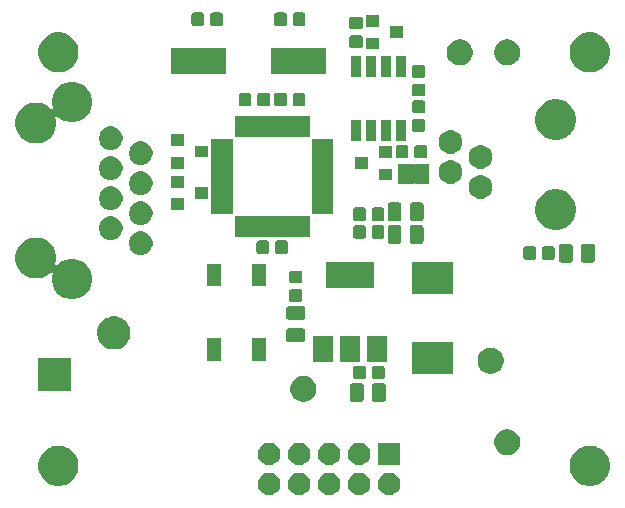
<source format=gts>
G04 #@! TF.GenerationSoftware,KiCad,Pcbnew,(5.0.2)-1*
G04 #@! TF.CreationDate,2019-05-12T17:47:40+02:00*
G04 #@! TF.ProjectId,MotorController,4d6f746f-7243-46f6-9e74-726f6c6c6572,rev?*
G04 #@! TF.SameCoordinates,Original*
G04 #@! TF.FileFunction,Soldermask,Top*
G04 #@! TF.FilePolarity,Negative*
%FSLAX46Y46*%
G04 Gerber Fmt 4.6, Leading zero omitted, Abs format (unit mm)*
G04 Created by KiCad (PCBNEW (5.0.2)-1) date 12.05.2019 17:47:40*
%MOMM*%
%LPD*%
G01*
G04 APERTURE LIST*
%ADD10C,0.100000*%
G04 APERTURE END LIST*
D10*
G36*
X97988452Y-100586359D02*
X98028899Y-100590343D01*
X98113449Y-100615991D01*
X98210537Y-100645442D01*
X98377939Y-100734920D01*
X98524665Y-100855335D01*
X98645080Y-101002061D01*
X98734558Y-101169463D01*
X98764009Y-101266551D01*
X98789657Y-101351101D01*
X98789657Y-101351103D01*
X98808263Y-101540000D01*
X98798938Y-101634669D01*
X98789657Y-101728899D01*
X98764009Y-101813449D01*
X98734558Y-101910537D01*
X98645080Y-102077939D01*
X98524665Y-102224665D01*
X98377939Y-102345080D01*
X98210537Y-102434558D01*
X98113449Y-102464009D01*
X98028899Y-102489657D01*
X97988452Y-102493641D01*
X97887339Y-102503600D01*
X97792661Y-102503600D01*
X97691548Y-102493641D01*
X97651101Y-102489657D01*
X97566551Y-102464009D01*
X97469463Y-102434558D01*
X97302061Y-102345080D01*
X97155335Y-102224665D01*
X97034920Y-102077939D01*
X96945442Y-101910537D01*
X96915991Y-101813449D01*
X96890343Y-101728899D01*
X96881062Y-101634669D01*
X96871737Y-101540000D01*
X96890343Y-101351103D01*
X96890343Y-101351101D01*
X96915991Y-101266551D01*
X96945442Y-101169463D01*
X97034920Y-101002061D01*
X97155335Y-100855335D01*
X97302061Y-100734920D01*
X97469463Y-100645442D01*
X97566551Y-100615991D01*
X97651101Y-100590343D01*
X97691548Y-100586359D01*
X97792661Y-100576400D01*
X97887339Y-100576400D01*
X97988452Y-100586359D01*
X97988452Y-100586359D01*
G37*
G36*
X105608452Y-100586359D02*
X105648899Y-100590343D01*
X105733449Y-100615991D01*
X105830537Y-100645442D01*
X105997939Y-100734920D01*
X106144665Y-100855335D01*
X106265080Y-101002061D01*
X106354558Y-101169463D01*
X106384009Y-101266551D01*
X106409657Y-101351101D01*
X106409657Y-101351103D01*
X106428263Y-101540000D01*
X106418938Y-101634669D01*
X106409657Y-101728899D01*
X106384009Y-101813449D01*
X106354558Y-101910537D01*
X106265080Y-102077939D01*
X106144665Y-102224665D01*
X105997939Y-102345080D01*
X105830537Y-102434558D01*
X105733449Y-102464009D01*
X105648899Y-102489657D01*
X105608452Y-102493641D01*
X105507339Y-102503600D01*
X105412661Y-102503600D01*
X105311548Y-102493641D01*
X105271101Y-102489657D01*
X105186551Y-102464009D01*
X105089463Y-102434558D01*
X104922061Y-102345080D01*
X104775335Y-102224665D01*
X104654920Y-102077939D01*
X104565442Y-101910537D01*
X104535991Y-101813449D01*
X104510343Y-101728899D01*
X104501062Y-101634669D01*
X104491737Y-101540000D01*
X104510343Y-101351103D01*
X104510343Y-101351101D01*
X104535991Y-101266551D01*
X104565442Y-101169463D01*
X104654920Y-101002061D01*
X104775335Y-100855335D01*
X104922061Y-100734920D01*
X105089463Y-100645442D01*
X105186551Y-100615991D01*
X105271101Y-100590343D01*
X105311548Y-100586359D01*
X105412661Y-100576400D01*
X105507339Y-100576400D01*
X105608452Y-100586359D01*
X105608452Y-100586359D01*
G37*
G36*
X108148452Y-100586359D02*
X108188899Y-100590343D01*
X108273449Y-100615991D01*
X108370537Y-100645442D01*
X108537939Y-100734920D01*
X108684665Y-100855335D01*
X108805080Y-101002061D01*
X108894558Y-101169463D01*
X108924009Y-101266551D01*
X108949657Y-101351101D01*
X108949657Y-101351103D01*
X108968263Y-101540000D01*
X108958938Y-101634669D01*
X108949657Y-101728899D01*
X108924009Y-101813449D01*
X108894558Y-101910537D01*
X108805080Y-102077939D01*
X108684665Y-102224665D01*
X108537939Y-102345080D01*
X108370537Y-102434558D01*
X108273449Y-102464009D01*
X108188899Y-102489657D01*
X108148452Y-102493641D01*
X108047339Y-102503600D01*
X107952661Y-102503600D01*
X107851548Y-102493641D01*
X107811101Y-102489657D01*
X107726551Y-102464009D01*
X107629463Y-102434558D01*
X107462061Y-102345080D01*
X107315335Y-102224665D01*
X107194920Y-102077939D01*
X107105442Y-101910537D01*
X107075991Y-101813449D01*
X107050343Y-101728899D01*
X107041062Y-101634669D01*
X107031737Y-101540000D01*
X107050343Y-101351103D01*
X107050343Y-101351101D01*
X107075991Y-101266551D01*
X107105442Y-101169463D01*
X107194920Y-101002061D01*
X107315335Y-100855335D01*
X107462061Y-100734920D01*
X107629463Y-100645442D01*
X107726551Y-100615991D01*
X107811101Y-100590343D01*
X107851548Y-100586359D01*
X107952661Y-100576400D01*
X108047339Y-100576400D01*
X108148452Y-100586359D01*
X108148452Y-100586359D01*
G37*
G36*
X100528452Y-100586359D02*
X100568899Y-100590343D01*
X100653449Y-100615991D01*
X100750537Y-100645442D01*
X100917939Y-100734920D01*
X101064665Y-100855335D01*
X101185080Y-101002061D01*
X101274558Y-101169463D01*
X101304009Y-101266551D01*
X101329657Y-101351101D01*
X101329657Y-101351103D01*
X101348263Y-101540000D01*
X101338938Y-101634669D01*
X101329657Y-101728899D01*
X101304009Y-101813449D01*
X101274558Y-101910537D01*
X101185080Y-102077939D01*
X101064665Y-102224665D01*
X100917939Y-102345080D01*
X100750537Y-102434558D01*
X100653449Y-102464009D01*
X100568899Y-102489657D01*
X100528452Y-102493641D01*
X100427339Y-102503600D01*
X100332661Y-102503600D01*
X100231548Y-102493641D01*
X100191101Y-102489657D01*
X100106551Y-102464009D01*
X100009463Y-102434558D01*
X99842061Y-102345080D01*
X99695335Y-102224665D01*
X99574920Y-102077939D01*
X99485442Y-101910537D01*
X99455991Y-101813449D01*
X99430343Y-101728899D01*
X99421062Y-101634669D01*
X99411737Y-101540000D01*
X99430343Y-101351103D01*
X99430343Y-101351101D01*
X99455991Y-101266551D01*
X99485442Y-101169463D01*
X99574920Y-101002061D01*
X99695335Y-100855335D01*
X99842061Y-100734920D01*
X100009463Y-100645442D01*
X100106551Y-100615991D01*
X100191101Y-100590343D01*
X100231548Y-100586359D01*
X100332661Y-100576400D01*
X100427339Y-100576400D01*
X100528452Y-100586359D01*
X100528452Y-100586359D01*
G37*
G36*
X103068452Y-100586359D02*
X103108899Y-100590343D01*
X103193449Y-100615991D01*
X103290537Y-100645442D01*
X103457939Y-100734920D01*
X103604665Y-100855335D01*
X103725080Y-101002061D01*
X103814558Y-101169463D01*
X103844009Y-101266551D01*
X103869657Y-101351101D01*
X103869657Y-101351103D01*
X103888263Y-101540000D01*
X103878938Y-101634669D01*
X103869657Y-101728899D01*
X103844009Y-101813449D01*
X103814558Y-101910537D01*
X103725080Y-102077939D01*
X103604665Y-102224665D01*
X103457939Y-102345080D01*
X103290537Y-102434558D01*
X103193449Y-102464009D01*
X103108899Y-102489657D01*
X103068452Y-102493641D01*
X102967339Y-102503600D01*
X102872661Y-102503600D01*
X102771548Y-102493641D01*
X102731101Y-102489657D01*
X102646551Y-102464009D01*
X102549463Y-102434558D01*
X102382061Y-102345080D01*
X102235335Y-102224665D01*
X102114920Y-102077939D01*
X102025442Y-101910537D01*
X101995991Y-101813449D01*
X101970343Y-101728899D01*
X101961062Y-101634669D01*
X101951737Y-101540000D01*
X101970343Y-101351103D01*
X101970343Y-101351101D01*
X101995991Y-101266551D01*
X102025442Y-101169463D01*
X102114920Y-101002061D01*
X102235335Y-100855335D01*
X102382061Y-100734920D01*
X102549463Y-100645442D01*
X102646551Y-100615991D01*
X102731101Y-100590343D01*
X102771548Y-100586359D01*
X102872661Y-100576400D01*
X102967339Y-100576400D01*
X103068452Y-100586359D01*
X103068452Y-100586359D01*
G37*
G36*
X125495872Y-98365330D02*
X125495874Y-98365331D01*
X125495875Y-98365331D01*
X125556284Y-98390353D01*
X125805252Y-98493479D01*
X126083687Y-98679523D01*
X126320477Y-98916313D01*
X126506521Y-99194748D01*
X126634670Y-99504128D01*
X126700000Y-99832565D01*
X126700000Y-100167435D01*
X126634670Y-100495872D01*
X126506521Y-100805252D01*
X126320477Y-101083687D01*
X126083687Y-101320477D01*
X125805252Y-101506521D01*
X125556284Y-101609647D01*
X125495875Y-101634669D01*
X125495874Y-101634669D01*
X125495872Y-101634670D01*
X125167435Y-101700000D01*
X124832565Y-101700000D01*
X124504128Y-101634670D01*
X124504126Y-101634669D01*
X124504125Y-101634669D01*
X124443716Y-101609647D01*
X124194748Y-101506521D01*
X123916313Y-101320477D01*
X123679523Y-101083687D01*
X123493479Y-100805252D01*
X123365330Y-100495872D01*
X123300000Y-100167435D01*
X123300000Y-99832565D01*
X123365330Y-99504128D01*
X123493479Y-99194748D01*
X123679523Y-98916313D01*
X123916313Y-98679523D01*
X124194748Y-98493479D01*
X124443716Y-98390353D01*
X124504125Y-98365331D01*
X124504126Y-98365331D01*
X124504128Y-98365330D01*
X124832565Y-98300000D01*
X125167435Y-98300000D01*
X125495872Y-98365330D01*
X125495872Y-98365330D01*
G37*
G36*
X80495872Y-98365330D02*
X80495874Y-98365331D01*
X80495875Y-98365331D01*
X80556284Y-98390353D01*
X80805252Y-98493479D01*
X81083687Y-98679523D01*
X81320477Y-98916313D01*
X81506521Y-99194748D01*
X81634670Y-99504128D01*
X81700000Y-99832565D01*
X81700000Y-100167435D01*
X81634670Y-100495872D01*
X81506521Y-100805252D01*
X81320477Y-101083687D01*
X81083687Y-101320477D01*
X80805252Y-101506521D01*
X80556284Y-101609647D01*
X80495875Y-101634669D01*
X80495874Y-101634669D01*
X80495872Y-101634670D01*
X80167435Y-101700000D01*
X79832565Y-101700000D01*
X79504128Y-101634670D01*
X79504126Y-101634669D01*
X79504125Y-101634669D01*
X79443716Y-101609647D01*
X79194748Y-101506521D01*
X78916313Y-101320477D01*
X78679523Y-101083687D01*
X78493479Y-100805252D01*
X78365330Y-100495872D01*
X78300000Y-100167435D01*
X78300000Y-99832565D01*
X78365330Y-99504128D01*
X78493479Y-99194748D01*
X78679523Y-98916313D01*
X78916313Y-98679523D01*
X79194748Y-98493479D01*
X79443716Y-98390353D01*
X79504125Y-98365331D01*
X79504126Y-98365331D01*
X79504128Y-98365330D01*
X79832565Y-98300000D01*
X80167435Y-98300000D01*
X80495872Y-98365330D01*
X80495872Y-98365330D01*
G37*
G36*
X105608452Y-98046359D02*
X105648899Y-98050343D01*
X105733449Y-98075991D01*
X105830537Y-98105442D01*
X105997939Y-98194920D01*
X106144665Y-98315335D01*
X106265080Y-98462061D01*
X106354558Y-98629463D01*
X106384009Y-98726551D01*
X106409657Y-98811101D01*
X106409657Y-98811103D01*
X106428263Y-99000000D01*
X106418413Y-99100000D01*
X106409657Y-99188899D01*
X106384009Y-99273449D01*
X106354558Y-99370537D01*
X106265080Y-99537939D01*
X106144665Y-99684665D01*
X105997939Y-99805080D01*
X105830537Y-99894558D01*
X105733449Y-99924009D01*
X105648899Y-99949657D01*
X105608452Y-99953641D01*
X105507339Y-99963600D01*
X105412661Y-99963600D01*
X105311548Y-99953641D01*
X105271101Y-99949657D01*
X105186551Y-99924009D01*
X105089463Y-99894558D01*
X104922061Y-99805080D01*
X104775335Y-99684665D01*
X104654920Y-99537939D01*
X104565442Y-99370537D01*
X104535991Y-99273449D01*
X104510343Y-99188899D01*
X104501587Y-99100000D01*
X104491737Y-99000000D01*
X104510343Y-98811103D01*
X104510343Y-98811101D01*
X104535991Y-98726551D01*
X104565442Y-98629463D01*
X104654920Y-98462061D01*
X104775335Y-98315335D01*
X104922061Y-98194920D01*
X105089463Y-98105442D01*
X105186551Y-98075991D01*
X105271101Y-98050343D01*
X105311548Y-98046359D01*
X105412661Y-98036400D01*
X105507339Y-98036400D01*
X105608452Y-98046359D01*
X105608452Y-98046359D01*
G37*
G36*
X108963600Y-99963600D02*
X107036400Y-99963600D01*
X107036400Y-98036400D01*
X108963600Y-98036400D01*
X108963600Y-99963600D01*
X108963600Y-99963600D01*
G37*
G36*
X103068452Y-98046359D02*
X103108899Y-98050343D01*
X103193449Y-98075991D01*
X103290537Y-98105442D01*
X103457939Y-98194920D01*
X103604665Y-98315335D01*
X103725080Y-98462061D01*
X103814558Y-98629463D01*
X103844009Y-98726551D01*
X103869657Y-98811101D01*
X103869657Y-98811103D01*
X103888263Y-99000000D01*
X103878413Y-99100000D01*
X103869657Y-99188899D01*
X103844009Y-99273449D01*
X103814558Y-99370537D01*
X103725080Y-99537939D01*
X103604665Y-99684665D01*
X103457939Y-99805080D01*
X103290537Y-99894558D01*
X103193449Y-99924009D01*
X103108899Y-99949657D01*
X103068452Y-99953641D01*
X102967339Y-99963600D01*
X102872661Y-99963600D01*
X102771548Y-99953641D01*
X102731101Y-99949657D01*
X102646551Y-99924009D01*
X102549463Y-99894558D01*
X102382061Y-99805080D01*
X102235335Y-99684665D01*
X102114920Y-99537939D01*
X102025442Y-99370537D01*
X101995991Y-99273449D01*
X101970343Y-99188899D01*
X101961587Y-99100000D01*
X101951737Y-99000000D01*
X101970343Y-98811103D01*
X101970343Y-98811101D01*
X101995991Y-98726551D01*
X102025442Y-98629463D01*
X102114920Y-98462061D01*
X102235335Y-98315335D01*
X102382061Y-98194920D01*
X102549463Y-98105442D01*
X102646551Y-98075991D01*
X102731101Y-98050343D01*
X102771548Y-98046359D01*
X102872661Y-98036400D01*
X102967339Y-98036400D01*
X103068452Y-98046359D01*
X103068452Y-98046359D01*
G37*
G36*
X100528452Y-98046359D02*
X100568899Y-98050343D01*
X100653449Y-98075991D01*
X100750537Y-98105442D01*
X100917939Y-98194920D01*
X101064665Y-98315335D01*
X101185080Y-98462061D01*
X101274558Y-98629463D01*
X101304009Y-98726551D01*
X101329657Y-98811101D01*
X101329657Y-98811103D01*
X101348263Y-99000000D01*
X101338413Y-99100000D01*
X101329657Y-99188899D01*
X101304009Y-99273449D01*
X101274558Y-99370537D01*
X101185080Y-99537939D01*
X101064665Y-99684665D01*
X100917939Y-99805080D01*
X100750537Y-99894558D01*
X100653449Y-99924009D01*
X100568899Y-99949657D01*
X100528452Y-99953641D01*
X100427339Y-99963600D01*
X100332661Y-99963600D01*
X100231548Y-99953641D01*
X100191101Y-99949657D01*
X100106551Y-99924009D01*
X100009463Y-99894558D01*
X99842061Y-99805080D01*
X99695335Y-99684665D01*
X99574920Y-99537939D01*
X99485442Y-99370537D01*
X99455991Y-99273449D01*
X99430343Y-99188899D01*
X99421587Y-99100000D01*
X99411737Y-99000000D01*
X99430343Y-98811103D01*
X99430343Y-98811101D01*
X99455991Y-98726551D01*
X99485442Y-98629463D01*
X99574920Y-98462061D01*
X99695335Y-98315335D01*
X99842061Y-98194920D01*
X100009463Y-98105442D01*
X100106551Y-98075991D01*
X100191101Y-98050343D01*
X100231548Y-98046359D01*
X100332661Y-98036400D01*
X100427339Y-98036400D01*
X100528452Y-98046359D01*
X100528452Y-98046359D01*
G37*
G36*
X97988452Y-98046359D02*
X98028899Y-98050343D01*
X98113449Y-98075991D01*
X98210537Y-98105442D01*
X98377939Y-98194920D01*
X98524665Y-98315335D01*
X98645080Y-98462061D01*
X98734558Y-98629463D01*
X98764009Y-98726551D01*
X98789657Y-98811101D01*
X98789657Y-98811103D01*
X98808263Y-99000000D01*
X98798413Y-99100000D01*
X98789657Y-99188899D01*
X98764009Y-99273449D01*
X98734558Y-99370537D01*
X98645080Y-99537939D01*
X98524665Y-99684665D01*
X98377939Y-99805080D01*
X98210537Y-99894558D01*
X98113449Y-99924009D01*
X98028899Y-99949657D01*
X97988452Y-99953641D01*
X97887339Y-99963600D01*
X97792661Y-99963600D01*
X97691548Y-99953641D01*
X97651101Y-99949657D01*
X97566551Y-99924009D01*
X97469463Y-99894558D01*
X97302061Y-99805080D01*
X97155335Y-99684665D01*
X97034920Y-99537939D01*
X96945442Y-99370537D01*
X96915991Y-99273449D01*
X96890343Y-99188899D01*
X96881587Y-99100000D01*
X96871737Y-99000000D01*
X96890343Y-98811103D01*
X96890343Y-98811101D01*
X96915991Y-98726551D01*
X96945442Y-98629463D01*
X97034920Y-98462061D01*
X97155335Y-98315335D01*
X97302061Y-98194920D01*
X97469463Y-98105442D01*
X97566551Y-98075991D01*
X97651101Y-98050343D01*
X97691548Y-98046359D01*
X97792661Y-98036400D01*
X97887339Y-98036400D01*
X97988452Y-98046359D01*
X97988452Y-98046359D01*
G37*
G36*
X118320856Y-96942272D02*
X118521045Y-97025193D01*
X118701207Y-97145573D01*
X118854427Y-97298793D01*
X118974807Y-97478955D01*
X119057728Y-97679144D01*
X119100000Y-97891657D01*
X119100000Y-98108343D01*
X119057728Y-98320856D01*
X118974807Y-98521045D01*
X118854427Y-98701207D01*
X118701207Y-98854427D01*
X118521045Y-98974807D01*
X118320856Y-99057728D01*
X118108343Y-99100000D01*
X117891657Y-99100000D01*
X117679144Y-99057728D01*
X117478955Y-98974807D01*
X117298793Y-98854427D01*
X117145573Y-98701207D01*
X117025193Y-98521045D01*
X116942272Y-98320856D01*
X116900000Y-98108343D01*
X116900000Y-97891657D01*
X116942272Y-97679144D01*
X117025193Y-97478955D01*
X117145573Y-97298793D01*
X117298793Y-97145573D01*
X117478955Y-97025193D01*
X117679144Y-96942272D01*
X117891657Y-96900000D01*
X118108343Y-96900000D01*
X118320856Y-96942272D01*
X118320856Y-96942272D01*
G37*
G36*
X101070856Y-92442272D02*
X101271045Y-92525193D01*
X101451207Y-92645573D01*
X101604427Y-92798793D01*
X101724807Y-92978955D01*
X101807728Y-93179144D01*
X101850000Y-93391657D01*
X101850000Y-93608343D01*
X101807728Y-93820856D01*
X101724807Y-94021045D01*
X101604427Y-94201207D01*
X101451207Y-94354427D01*
X101271045Y-94474807D01*
X101070856Y-94557728D01*
X100858343Y-94600000D01*
X100641657Y-94600000D01*
X100429144Y-94557728D01*
X100228955Y-94474807D01*
X100048793Y-94354427D01*
X99895573Y-94201207D01*
X99775193Y-94021045D01*
X99692272Y-93820856D01*
X99650000Y-93608343D01*
X99650000Y-93391657D01*
X99692272Y-93179144D01*
X99775193Y-92978955D01*
X99895573Y-92798793D01*
X100048793Y-92645573D01*
X100228955Y-92525193D01*
X100429144Y-92442272D01*
X100641657Y-92400000D01*
X100858343Y-92400000D01*
X101070856Y-92442272D01*
X101070856Y-92442272D01*
G37*
G36*
X105653708Y-93005158D02*
X105699343Y-93019001D01*
X105741402Y-93041482D01*
X105778265Y-93071735D01*
X105808518Y-93108598D01*
X105830999Y-93150657D01*
X105844842Y-93196292D01*
X105850000Y-93248658D01*
X105850000Y-94351342D01*
X105844842Y-94403708D01*
X105830999Y-94449343D01*
X105808518Y-94491402D01*
X105778265Y-94528265D01*
X105741402Y-94558518D01*
X105699343Y-94580999D01*
X105653708Y-94594842D01*
X105601342Y-94600000D01*
X104923658Y-94600000D01*
X104871292Y-94594842D01*
X104825657Y-94580999D01*
X104783598Y-94558518D01*
X104746735Y-94528265D01*
X104716482Y-94491402D01*
X104694001Y-94449343D01*
X104680158Y-94403708D01*
X104675000Y-94351342D01*
X104675000Y-93248658D01*
X104680158Y-93196292D01*
X104694001Y-93150657D01*
X104716482Y-93108598D01*
X104746735Y-93071735D01*
X104783598Y-93041482D01*
X104825657Y-93019001D01*
X104871292Y-93005158D01*
X104923658Y-93000000D01*
X105601342Y-93000000D01*
X105653708Y-93005158D01*
X105653708Y-93005158D01*
G37*
G36*
X107528708Y-93005158D02*
X107574343Y-93019001D01*
X107616402Y-93041482D01*
X107653265Y-93071735D01*
X107683518Y-93108598D01*
X107705999Y-93150657D01*
X107719842Y-93196292D01*
X107725000Y-93248658D01*
X107725000Y-94351342D01*
X107719842Y-94403708D01*
X107705999Y-94449343D01*
X107683518Y-94491402D01*
X107653265Y-94528265D01*
X107616402Y-94558518D01*
X107574343Y-94580999D01*
X107528708Y-94594842D01*
X107476342Y-94600000D01*
X106798658Y-94600000D01*
X106746292Y-94594842D01*
X106700657Y-94580999D01*
X106658598Y-94558518D01*
X106621735Y-94528265D01*
X106591482Y-94491402D01*
X106569001Y-94449343D01*
X106555158Y-94403708D01*
X106550000Y-94351342D01*
X106550000Y-93248658D01*
X106555158Y-93196292D01*
X106569001Y-93150657D01*
X106591482Y-93108598D01*
X106621735Y-93071735D01*
X106658598Y-93041482D01*
X106700657Y-93019001D01*
X106746292Y-93005158D01*
X106798658Y-93000000D01*
X107476342Y-93000000D01*
X107528708Y-93005158D01*
X107528708Y-93005158D01*
G37*
G36*
X81100000Y-93650000D02*
X78300000Y-93650000D01*
X78300000Y-90850000D01*
X81100000Y-90850000D01*
X81100000Y-93650000D01*
X81100000Y-93650000D01*
G37*
G36*
X107448830Y-91529677D02*
X107489776Y-91542098D01*
X107527510Y-91562267D01*
X107560587Y-91589413D01*
X107587733Y-91622490D01*
X107607902Y-91660224D01*
X107620323Y-91701170D01*
X107625000Y-91748658D01*
X107625000Y-92451342D01*
X107620323Y-92498830D01*
X107607902Y-92539776D01*
X107587733Y-92577510D01*
X107560587Y-92610587D01*
X107527510Y-92637733D01*
X107489776Y-92657902D01*
X107448830Y-92670323D01*
X107401342Y-92675000D01*
X106773658Y-92675000D01*
X106726170Y-92670323D01*
X106685224Y-92657902D01*
X106647490Y-92637733D01*
X106614413Y-92610587D01*
X106587267Y-92577510D01*
X106567098Y-92539776D01*
X106554677Y-92498830D01*
X106550000Y-92451342D01*
X106550000Y-91748658D01*
X106554677Y-91701170D01*
X106567098Y-91660224D01*
X106587267Y-91622490D01*
X106614413Y-91589413D01*
X106647490Y-91562267D01*
X106685224Y-91542098D01*
X106726170Y-91529677D01*
X106773658Y-91525000D01*
X107401342Y-91525000D01*
X107448830Y-91529677D01*
X107448830Y-91529677D01*
G37*
G36*
X105873830Y-91529677D02*
X105914776Y-91542098D01*
X105952510Y-91562267D01*
X105985587Y-91589413D01*
X106012733Y-91622490D01*
X106032902Y-91660224D01*
X106045323Y-91701170D01*
X106050000Y-91748658D01*
X106050000Y-92451342D01*
X106045323Y-92498830D01*
X106032902Y-92539776D01*
X106012733Y-92577510D01*
X105985587Y-92610587D01*
X105952510Y-92637733D01*
X105914776Y-92657902D01*
X105873830Y-92670323D01*
X105826342Y-92675000D01*
X105198658Y-92675000D01*
X105151170Y-92670323D01*
X105110224Y-92657902D01*
X105072490Y-92637733D01*
X105039413Y-92610587D01*
X105012267Y-92577510D01*
X104992098Y-92539776D01*
X104979677Y-92498830D01*
X104975000Y-92451342D01*
X104975000Y-91748658D01*
X104979677Y-91701170D01*
X104992098Y-91660224D01*
X105012267Y-91622490D01*
X105039413Y-91589413D01*
X105072490Y-91562267D01*
X105110224Y-91542098D01*
X105151170Y-91529677D01*
X105198658Y-91525000D01*
X105826342Y-91525000D01*
X105873830Y-91529677D01*
X105873830Y-91529677D01*
G37*
G36*
X113450000Y-92250000D02*
X109950000Y-92250000D01*
X109950000Y-89550000D01*
X113450000Y-89550000D01*
X113450000Y-92250000D01*
X113450000Y-92250000D01*
G37*
G36*
X116920856Y-90042272D02*
X117121045Y-90125193D01*
X117301207Y-90245573D01*
X117454427Y-90398793D01*
X117574807Y-90578955D01*
X117657728Y-90779144D01*
X117700000Y-90991657D01*
X117700000Y-91208343D01*
X117657728Y-91420856D01*
X117574807Y-91621045D01*
X117454427Y-91801207D01*
X117301207Y-91954427D01*
X117121045Y-92074807D01*
X116920856Y-92157728D01*
X116708343Y-92200000D01*
X116491657Y-92200000D01*
X116279144Y-92157728D01*
X116078955Y-92074807D01*
X115898793Y-91954427D01*
X115745573Y-91801207D01*
X115625193Y-91621045D01*
X115542272Y-91420856D01*
X115500000Y-91208343D01*
X115500000Y-90991657D01*
X115542272Y-90779144D01*
X115625193Y-90578955D01*
X115745573Y-90398793D01*
X115898793Y-90245573D01*
X116078955Y-90125193D01*
X116279144Y-90042272D01*
X116491657Y-90000000D01*
X116708343Y-90000000D01*
X116920856Y-90042272D01*
X116920856Y-90042272D01*
G37*
G36*
X107850000Y-91250000D02*
X106150000Y-91250000D01*
X106150000Y-89050000D01*
X107850000Y-89050000D01*
X107850000Y-91250000D01*
X107850000Y-91250000D01*
G37*
G36*
X105550000Y-91250000D02*
X103850000Y-91250000D01*
X103850000Y-89050000D01*
X105550000Y-89050000D01*
X105550000Y-91250000D01*
X105550000Y-91250000D01*
G37*
G36*
X103250000Y-91250000D02*
X101550000Y-91250000D01*
X101550000Y-89050000D01*
X103250000Y-89050000D01*
X103250000Y-91250000D01*
X103250000Y-91250000D01*
G37*
G36*
X93800000Y-91100000D02*
X92600000Y-91100000D01*
X92600000Y-89200000D01*
X93800000Y-89200000D01*
X93800000Y-91100000D01*
X93800000Y-91100000D01*
G37*
G36*
X97600000Y-91100000D02*
X96400000Y-91100000D01*
X96400000Y-89200000D01*
X97600000Y-89200000D01*
X97600000Y-91100000D01*
X97600000Y-91100000D01*
G37*
G36*
X85108365Y-87403801D02*
X85108367Y-87403802D01*
X85108368Y-87403802D01*
X85228851Y-87453708D01*
X85363149Y-87509336D01*
X85592448Y-87662549D01*
X85787451Y-87857552D01*
X85940664Y-88086851D01*
X86046199Y-88341635D01*
X86100000Y-88612112D01*
X86100000Y-88887888D01*
X86046199Y-89158365D01*
X85940664Y-89413149D01*
X85787451Y-89642448D01*
X85592448Y-89837451D01*
X85363149Y-89990664D01*
X85108368Y-90096198D01*
X85108367Y-90096198D01*
X85108365Y-90096199D01*
X84837888Y-90150000D01*
X84562112Y-90150000D01*
X84291635Y-90096199D01*
X84291633Y-90096198D01*
X84291632Y-90096198D01*
X84036851Y-89990664D01*
X83807552Y-89837451D01*
X83612549Y-89642448D01*
X83459336Y-89413149D01*
X83353801Y-89158365D01*
X83300000Y-88887888D01*
X83300000Y-88612112D01*
X83353801Y-88341635D01*
X83459336Y-88086851D01*
X83612549Y-87857552D01*
X83807552Y-87662549D01*
X84036851Y-87509336D01*
X84171149Y-87453708D01*
X84291632Y-87403802D01*
X84291633Y-87403802D01*
X84291635Y-87403801D01*
X84562112Y-87350000D01*
X84837888Y-87350000D01*
X85108365Y-87403801D01*
X85108365Y-87403801D01*
G37*
G36*
X100703708Y-88355158D02*
X100749343Y-88369001D01*
X100791402Y-88391482D01*
X100828265Y-88421735D01*
X100858518Y-88458598D01*
X100880999Y-88500657D01*
X100894842Y-88546292D01*
X100900000Y-88598658D01*
X100900000Y-89276342D01*
X100894842Y-89328708D01*
X100880999Y-89374343D01*
X100858518Y-89416402D01*
X100828265Y-89453265D01*
X100791402Y-89483518D01*
X100749343Y-89505999D01*
X100703708Y-89519842D01*
X100651342Y-89525000D01*
X99548658Y-89525000D01*
X99496292Y-89519842D01*
X99450657Y-89505999D01*
X99408598Y-89483518D01*
X99371735Y-89453265D01*
X99341482Y-89416402D01*
X99319001Y-89374343D01*
X99305158Y-89328708D01*
X99300000Y-89276342D01*
X99300000Y-88598658D01*
X99305158Y-88546292D01*
X99319001Y-88500657D01*
X99341482Y-88458598D01*
X99371735Y-88421735D01*
X99408598Y-88391482D01*
X99450657Y-88369001D01*
X99496292Y-88355158D01*
X99548658Y-88350000D01*
X100651342Y-88350000D01*
X100703708Y-88355158D01*
X100703708Y-88355158D01*
G37*
G36*
X100703708Y-86480158D02*
X100749343Y-86494001D01*
X100791402Y-86516482D01*
X100828265Y-86546735D01*
X100858518Y-86583598D01*
X100880999Y-86625657D01*
X100894842Y-86671292D01*
X100900000Y-86723658D01*
X100900000Y-87401342D01*
X100894842Y-87453708D01*
X100880999Y-87499343D01*
X100858518Y-87541402D01*
X100828265Y-87578265D01*
X100791402Y-87608518D01*
X100749343Y-87630999D01*
X100703708Y-87644842D01*
X100651342Y-87650000D01*
X99548658Y-87650000D01*
X99496292Y-87644842D01*
X99450657Y-87630999D01*
X99408598Y-87608518D01*
X99371735Y-87578265D01*
X99341482Y-87541402D01*
X99319001Y-87499343D01*
X99305158Y-87453708D01*
X99300000Y-87401342D01*
X99300000Y-86723658D01*
X99305158Y-86671292D01*
X99319001Y-86625657D01*
X99341482Y-86583598D01*
X99371735Y-86546735D01*
X99408598Y-86516482D01*
X99450657Y-86494001D01*
X99496292Y-86480158D01*
X99548658Y-86475000D01*
X100651342Y-86475000D01*
X100703708Y-86480158D01*
X100703708Y-86480158D01*
G37*
G36*
X100498830Y-85054677D02*
X100539776Y-85067098D01*
X100577510Y-85087267D01*
X100610587Y-85114413D01*
X100637733Y-85147490D01*
X100657902Y-85185224D01*
X100670323Y-85226170D01*
X100675000Y-85273658D01*
X100675000Y-85901342D01*
X100670323Y-85948830D01*
X100657902Y-85989776D01*
X100637733Y-86027510D01*
X100610587Y-86060587D01*
X100577510Y-86087733D01*
X100539776Y-86107902D01*
X100498830Y-86120323D01*
X100451342Y-86125000D01*
X99748658Y-86125000D01*
X99701170Y-86120323D01*
X99660224Y-86107902D01*
X99622490Y-86087733D01*
X99589413Y-86060587D01*
X99562267Y-86027510D01*
X99542098Y-85989776D01*
X99529677Y-85948830D01*
X99525000Y-85901342D01*
X99525000Y-85273658D01*
X99529677Y-85226170D01*
X99542098Y-85185224D01*
X99562267Y-85147490D01*
X99589413Y-85114413D01*
X99622490Y-85087267D01*
X99660224Y-85067098D01*
X99701170Y-85054677D01*
X99748658Y-85050000D01*
X100451342Y-85050000D01*
X100498830Y-85054677D01*
X100498830Y-85054677D01*
G37*
G36*
X78603164Y-80756290D02*
X78917094Y-80886324D01*
X79199624Y-81075105D01*
X79439895Y-81315376D01*
X79628676Y-81597906D01*
X79758710Y-81911836D01*
X79825000Y-82245102D01*
X79825000Y-82584898D01*
X79758710Y-82918164D01*
X79758707Y-82918172D01*
X79758471Y-82919357D01*
X79756550Y-82938866D01*
X79758471Y-82958375D01*
X79764162Y-82977134D01*
X79773403Y-82994423D01*
X79785839Y-83009577D01*
X79800993Y-83022013D01*
X79818282Y-83031254D01*
X79837041Y-83036945D01*
X79856550Y-83038866D01*
X79876059Y-83036945D01*
X79894818Y-83031254D01*
X79912107Y-83022013D01*
X79927250Y-83009586D01*
X80064313Y-82872523D01*
X80342748Y-82686479D01*
X80639506Y-82563558D01*
X80652125Y-82558331D01*
X80652126Y-82558331D01*
X80652128Y-82558330D01*
X80980565Y-82493000D01*
X81315435Y-82493000D01*
X81643872Y-82558330D01*
X81643874Y-82558331D01*
X81643875Y-82558331D01*
X81656494Y-82563558D01*
X81953252Y-82686479D01*
X82231687Y-82872523D01*
X82468477Y-83109313D01*
X82654521Y-83387748D01*
X82731043Y-83572490D01*
X82760325Y-83643181D01*
X82782670Y-83697128D01*
X82848000Y-84025565D01*
X82848000Y-84360435D01*
X82782670Y-84688872D01*
X82654521Y-84998252D01*
X82468477Y-85276687D01*
X82231687Y-85513477D01*
X81953252Y-85699521D01*
X81704284Y-85802647D01*
X81643875Y-85827669D01*
X81643874Y-85827669D01*
X81643872Y-85827670D01*
X81315435Y-85893000D01*
X80980565Y-85893000D01*
X80652128Y-85827670D01*
X80652126Y-85827669D01*
X80652125Y-85827669D01*
X80591716Y-85802647D01*
X80342748Y-85699521D01*
X80064313Y-85513477D01*
X79827523Y-85276687D01*
X79641479Y-84998252D01*
X79513330Y-84688872D01*
X79448000Y-84360435D01*
X79448000Y-84025565D01*
X79512570Y-83700950D01*
X79514490Y-83681449D01*
X79512569Y-83661940D01*
X79506878Y-83643181D01*
X79497637Y-83625892D01*
X79485201Y-83610738D01*
X79470047Y-83598302D01*
X79452758Y-83589061D01*
X79433999Y-83583370D01*
X79414490Y-83581449D01*
X79394981Y-83583370D01*
X79376222Y-83589061D01*
X79358933Y-83598302D01*
X79343790Y-83610729D01*
X79199624Y-83754895D01*
X78917094Y-83943676D01*
X78603164Y-84073710D01*
X78269898Y-84140000D01*
X77930102Y-84140000D01*
X77596836Y-84073710D01*
X77282906Y-83943676D01*
X77000376Y-83754895D01*
X76760105Y-83514624D01*
X76571324Y-83232094D01*
X76441290Y-82918164D01*
X76375000Y-82584898D01*
X76375000Y-82245102D01*
X76441290Y-81911836D01*
X76571324Y-81597906D01*
X76760105Y-81315376D01*
X77000376Y-81075105D01*
X77282906Y-80886324D01*
X77596836Y-80756290D01*
X77930102Y-80690000D01*
X78269898Y-80690000D01*
X78603164Y-80756290D01*
X78603164Y-80756290D01*
G37*
G36*
X113450000Y-85450000D02*
X109950000Y-85450000D01*
X109950000Y-82750000D01*
X113450000Y-82750000D01*
X113450000Y-85450000D01*
X113450000Y-85450000D01*
G37*
G36*
X106700000Y-84950000D02*
X102700000Y-84950000D01*
X102700000Y-82750000D01*
X106700000Y-82750000D01*
X106700000Y-84950000D01*
X106700000Y-84950000D01*
G37*
G36*
X97600000Y-84800000D02*
X96400000Y-84800000D01*
X96400000Y-82900000D01*
X97600000Y-82900000D01*
X97600000Y-84800000D01*
X97600000Y-84800000D01*
G37*
G36*
X93800000Y-84800000D02*
X92600000Y-84800000D01*
X92600000Y-82900000D01*
X93800000Y-82900000D01*
X93800000Y-84800000D01*
X93800000Y-84800000D01*
G37*
G36*
X100498830Y-83479677D02*
X100539776Y-83492098D01*
X100577510Y-83512267D01*
X100610587Y-83539413D01*
X100637733Y-83572490D01*
X100657902Y-83610224D01*
X100670323Y-83651170D01*
X100675000Y-83698658D01*
X100675000Y-84326342D01*
X100670323Y-84373830D01*
X100657902Y-84414776D01*
X100637733Y-84452510D01*
X100610587Y-84485587D01*
X100577510Y-84512733D01*
X100539776Y-84532902D01*
X100498830Y-84545323D01*
X100451342Y-84550000D01*
X99748658Y-84550000D01*
X99701170Y-84545323D01*
X99660224Y-84532902D01*
X99622490Y-84512733D01*
X99589413Y-84485587D01*
X99562267Y-84452510D01*
X99542098Y-84414776D01*
X99529677Y-84373830D01*
X99525000Y-84326342D01*
X99525000Y-83698658D01*
X99529677Y-83651170D01*
X99542098Y-83610224D01*
X99562267Y-83572490D01*
X99589413Y-83539413D01*
X99622490Y-83512267D01*
X99660224Y-83492098D01*
X99701170Y-83479677D01*
X99748658Y-83475000D01*
X100451342Y-83475000D01*
X100498830Y-83479677D01*
X100498830Y-83479677D01*
G37*
G36*
X125228708Y-81205158D02*
X125274343Y-81219001D01*
X125316402Y-81241482D01*
X125353265Y-81271735D01*
X125383518Y-81308598D01*
X125405999Y-81350657D01*
X125419842Y-81396292D01*
X125425000Y-81448658D01*
X125425000Y-82551342D01*
X125419842Y-82603708D01*
X125405999Y-82649343D01*
X125383518Y-82691402D01*
X125353265Y-82728265D01*
X125316402Y-82758518D01*
X125274343Y-82780999D01*
X125228708Y-82794842D01*
X125176342Y-82800000D01*
X124498658Y-82800000D01*
X124446292Y-82794842D01*
X124400657Y-82780999D01*
X124358598Y-82758518D01*
X124321735Y-82728265D01*
X124291482Y-82691402D01*
X124269001Y-82649343D01*
X124255158Y-82603708D01*
X124250000Y-82551342D01*
X124250000Y-81448658D01*
X124255158Y-81396292D01*
X124269001Y-81350657D01*
X124291482Y-81308598D01*
X124321735Y-81271735D01*
X124358598Y-81241482D01*
X124400657Y-81219001D01*
X124446292Y-81205158D01*
X124498658Y-81200000D01*
X125176342Y-81200000D01*
X125228708Y-81205158D01*
X125228708Y-81205158D01*
G37*
G36*
X123353708Y-81205158D02*
X123399343Y-81219001D01*
X123441402Y-81241482D01*
X123478265Y-81271735D01*
X123508518Y-81308598D01*
X123530999Y-81350657D01*
X123544842Y-81396292D01*
X123550000Y-81448658D01*
X123550000Y-82551342D01*
X123544842Y-82603708D01*
X123530999Y-82649343D01*
X123508518Y-82691402D01*
X123478265Y-82728265D01*
X123441402Y-82758518D01*
X123399343Y-82780999D01*
X123353708Y-82794842D01*
X123301342Y-82800000D01*
X122623658Y-82800000D01*
X122571292Y-82794842D01*
X122525657Y-82780999D01*
X122483598Y-82758518D01*
X122446735Y-82728265D01*
X122416482Y-82691402D01*
X122394001Y-82649343D01*
X122380158Y-82603708D01*
X122375000Y-82551342D01*
X122375000Y-81448658D01*
X122380158Y-81396292D01*
X122394001Y-81350657D01*
X122416482Y-81308598D01*
X122446735Y-81271735D01*
X122483598Y-81241482D01*
X122525657Y-81219001D01*
X122571292Y-81205158D01*
X122623658Y-81200000D01*
X123301342Y-81200000D01*
X123353708Y-81205158D01*
X123353708Y-81205158D01*
G37*
G36*
X121848830Y-81429677D02*
X121889776Y-81442098D01*
X121927510Y-81462267D01*
X121960587Y-81489413D01*
X121987733Y-81522490D01*
X122007902Y-81560224D01*
X122020323Y-81601170D01*
X122025000Y-81648658D01*
X122025000Y-82351342D01*
X122020323Y-82398830D01*
X122007902Y-82439776D01*
X121987733Y-82477510D01*
X121960587Y-82510587D01*
X121927510Y-82537733D01*
X121889776Y-82557902D01*
X121848830Y-82570323D01*
X121801342Y-82575000D01*
X121173658Y-82575000D01*
X121126170Y-82570323D01*
X121085224Y-82557902D01*
X121047490Y-82537733D01*
X121014413Y-82510587D01*
X120987267Y-82477510D01*
X120967098Y-82439776D01*
X120954677Y-82398830D01*
X120950000Y-82351342D01*
X120950000Y-81648658D01*
X120954677Y-81601170D01*
X120967098Y-81560224D01*
X120987267Y-81522490D01*
X121014413Y-81489413D01*
X121047490Y-81462267D01*
X121085224Y-81442098D01*
X121126170Y-81429677D01*
X121173658Y-81425000D01*
X121801342Y-81425000D01*
X121848830Y-81429677D01*
X121848830Y-81429677D01*
G37*
G36*
X120273830Y-81429677D02*
X120314776Y-81442098D01*
X120352510Y-81462267D01*
X120385587Y-81489413D01*
X120412733Y-81522490D01*
X120432902Y-81560224D01*
X120445323Y-81601170D01*
X120450000Y-81648658D01*
X120450000Y-82351342D01*
X120445323Y-82398830D01*
X120432902Y-82439776D01*
X120412733Y-82477510D01*
X120385587Y-82510587D01*
X120352510Y-82537733D01*
X120314776Y-82557902D01*
X120273830Y-82570323D01*
X120226342Y-82575000D01*
X119598658Y-82575000D01*
X119551170Y-82570323D01*
X119510224Y-82557902D01*
X119472490Y-82537733D01*
X119439413Y-82510587D01*
X119412267Y-82477510D01*
X119392098Y-82439776D01*
X119379677Y-82398830D01*
X119375000Y-82351342D01*
X119375000Y-81648658D01*
X119379677Y-81601170D01*
X119392098Y-81560224D01*
X119412267Y-81522490D01*
X119439413Y-81489413D01*
X119472490Y-81462267D01*
X119510224Y-81442098D01*
X119551170Y-81429677D01*
X119598658Y-81425000D01*
X120226342Y-81425000D01*
X120273830Y-81429677D01*
X120273830Y-81429677D01*
G37*
G36*
X87197520Y-80166687D02*
X87281689Y-80183429D01*
X87463678Y-80258811D01*
X87627463Y-80368249D01*
X87766751Y-80507537D01*
X87876189Y-80671322D01*
X87951571Y-80853311D01*
X87958138Y-80886325D01*
X87990000Y-81046506D01*
X87990000Y-81243494D01*
X87975701Y-81315379D01*
X87951571Y-81436689D01*
X87876189Y-81618678D01*
X87766751Y-81782463D01*
X87627463Y-81921751D01*
X87463678Y-82031189D01*
X87281689Y-82106571D01*
X87204410Y-82121943D01*
X87088494Y-82145000D01*
X86891506Y-82145000D01*
X86775590Y-82121943D01*
X86698311Y-82106571D01*
X86516322Y-82031189D01*
X86352537Y-81921751D01*
X86213249Y-81782463D01*
X86103811Y-81618678D01*
X86028429Y-81436689D01*
X86004299Y-81315379D01*
X85990000Y-81243494D01*
X85990000Y-81046506D01*
X86021862Y-80886325D01*
X86028429Y-80853311D01*
X86103811Y-80671322D01*
X86213249Y-80507537D01*
X86352537Y-80368249D01*
X86516322Y-80258811D01*
X86698311Y-80183429D01*
X86782480Y-80166687D01*
X86891506Y-80145000D01*
X87088494Y-80145000D01*
X87197520Y-80166687D01*
X87197520Y-80166687D01*
G37*
G36*
X99248830Y-80929677D02*
X99289776Y-80942098D01*
X99327510Y-80962267D01*
X99360587Y-80989413D01*
X99387733Y-81022490D01*
X99407902Y-81060224D01*
X99420323Y-81101170D01*
X99425000Y-81148658D01*
X99425000Y-81851342D01*
X99420323Y-81898830D01*
X99407902Y-81939776D01*
X99387733Y-81977510D01*
X99360587Y-82010587D01*
X99327510Y-82037733D01*
X99289776Y-82057902D01*
X99248830Y-82070323D01*
X99201342Y-82075000D01*
X98573658Y-82075000D01*
X98526170Y-82070323D01*
X98485224Y-82057902D01*
X98447490Y-82037733D01*
X98414413Y-82010587D01*
X98387267Y-81977510D01*
X98367098Y-81939776D01*
X98354677Y-81898830D01*
X98350000Y-81851342D01*
X98350000Y-81148658D01*
X98354677Y-81101170D01*
X98367098Y-81060224D01*
X98387267Y-81022490D01*
X98414413Y-80989413D01*
X98447490Y-80962267D01*
X98485224Y-80942098D01*
X98526170Y-80929677D01*
X98573658Y-80925000D01*
X99201342Y-80925000D01*
X99248830Y-80929677D01*
X99248830Y-80929677D01*
G37*
G36*
X97673830Y-80929677D02*
X97714776Y-80942098D01*
X97752510Y-80962267D01*
X97785587Y-80989413D01*
X97812733Y-81022490D01*
X97832902Y-81060224D01*
X97845323Y-81101170D01*
X97850000Y-81148658D01*
X97850000Y-81851342D01*
X97845323Y-81898830D01*
X97832902Y-81939776D01*
X97812733Y-81977510D01*
X97785587Y-82010587D01*
X97752510Y-82037733D01*
X97714776Y-82057902D01*
X97673830Y-82070323D01*
X97626342Y-82075000D01*
X96998658Y-82075000D01*
X96951170Y-82070323D01*
X96910224Y-82057902D01*
X96872490Y-82037733D01*
X96839413Y-82010587D01*
X96812267Y-81977510D01*
X96792098Y-81939776D01*
X96779677Y-81898830D01*
X96775000Y-81851342D01*
X96775000Y-81148658D01*
X96779677Y-81101170D01*
X96792098Y-81060224D01*
X96812267Y-81022490D01*
X96839413Y-80989413D01*
X96872490Y-80962267D01*
X96910224Y-80942098D01*
X96951170Y-80929677D01*
X96998658Y-80925000D01*
X97626342Y-80925000D01*
X97673830Y-80929677D01*
X97673830Y-80929677D01*
G37*
G36*
X108853708Y-79605158D02*
X108899343Y-79619001D01*
X108941402Y-79641482D01*
X108978265Y-79671735D01*
X109008518Y-79708598D01*
X109030999Y-79750657D01*
X109044842Y-79796292D01*
X109050000Y-79848658D01*
X109050000Y-80951342D01*
X109044842Y-81003708D01*
X109030999Y-81049343D01*
X109008518Y-81091402D01*
X108978265Y-81128265D01*
X108941402Y-81158518D01*
X108899343Y-81180999D01*
X108853708Y-81194842D01*
X108801342Y-81200000D01*
X108123658Y-81200000D01*
X108071292Y-81194842D01*
X108025657Y-81180999D01*
X107983598Y-81158518D01*
X107946735Y-81128265D01*
X107916482Y-81091402D01*
X107894001Y-81049343D01*
X107880158Y-81003708D01*
X107875000Y-80951342D01*
X107875000Y-79848658D01*
X107880158Y-79796292D01*
X107894001Y-79750657D01*
X107916482Y-79708598D01*
X107946735Y-79671735D01*
X107983598Y-79641482D01*
X108025657Y-79619001D01*
X108071292Y-79605158D01*
X108123658Y-79600000D01*
X108801342Y-79600000D01*
X108853708Y-79605158D01*
X108853708Y-79605158D01*
G37*
G36*
X110728708Y-79605158D02*
X110774343Y-79619001D01*
X110816402Y-79641482D01*
X110853265Y-79671735D01*
X110883518Y-79708598D01*
X110905999Y-79750657D01*
X110919842Y-79796292D01*
X110925000Y-79848658D01*
X110925000Y-80951342D01*
X110919842Y-81003708D01*
X110905999Y-81049343D01*
X110883518Y-81091402D01*
X110853265Y-81128265D01*
X110816402Y-81158518D01*
X110774343Y-81180999D01*
X110728708Y-81194842D01*
X110676342Y-81200000D01*
X109998658Y-81200000D01*
X109946292Y-81194842D01*
X109900657Y-81180999D01*
X109858598Y-81158518D01*
X109821735Y-81128265D01*
X109791482Y-81091402D01*
X109769001Y-81049343D01*
X109755158Y-81003708D01*
X109750000Y-80951342D01*
X109750000Y-79848658D01*
X109755158Y-79796292D01*
X109769001Y-79750657D01*
X109791482Y-79708598D01*
X109821735Y-79671735D01*
X109858598Y-79641482D01*
X109900657Y-79619001D01*
X109946292Y-79605158D01*
X109998658Y-79600000D01*
X110676342Y-79600000D01*
X110728708Y-79605158D01*
X110728708Y-79605158D01*
G37*
G36*
X84657520Y-78896687D02*
X84741689Y-78913429D01*
X84923678Y-78988811D01*
X85087463Y-79098249D01*
X85226751Y-79237537D01*
X85336189Y-79401322D01*
X85411571Y-79583311D01*
X85423142Y-79641482D01*
X85450000Y-79776506D01*
X85450000Y-79973494D01*
X85426943Y-80089410D01*
X85411571Y-80166689D01*
X85336189Y-80348678D01*
X85226751Y-80512463D01*
X85087463Y-80651751D01*
X84923678Y-80761189D01*
X84741689Y-80836571D01*
X84664410Y-80851943D01*
X84548494Y-80875000D01*
X84351506Y-80875000D01*
X84235590Y-80851943D01*
X84158311Y-80836571D01*
X83976322Y-80761189D01*
X83812537Y-80651751D01*
X83673249Y-80512463D01*
X83563811Y-80348678D01*
X83488429Y-80166689D01*
X83473057Y-80089410D01*
X83450000Y-79973494D01*
X83450000Y-79776506D01*
X83476858Y-79641482D01*
X83488429Y-79583311D01*
X83563811Y-79401322D01*
X83673249Y-79237537D01*
X83812537Y-79098249D01*
X83976322Y-78988811D01*
X84158311Y-78913429D01*
X84242480Y-78896687D01*
X84351506Y-78875000D01*
X84548494Y-78875000D01*
X84657520Y-78896687D01*
X84657520Y-78896687D01*
G37*
G36*
X107436330Y-79629677D02*
X107477276Y-79642098D01*
X107515010Y-79662267D01*
X107548087Y-79689413D01*
X107575233Y-79722490D01*
X107595402Y-79760224D01*
X107607823Y-79801170D01*
X107612500Y-79848658D01*
X107612500Y-80551342D01*
X107607823Y-80598830D01*
X107595402Y-80639776D01*
X107575233Y-80677510D01*
X107548087Y-80710587D01*
X107515010Y-80737733D01*
X107477276Y-80757902D01*
X107436330Y-80770323D01*
X107388842Y-80775000D01*
X106761158Y-80775000D01*
X106713670Y-80770323D01*
X106672724Y-80757902D01*
X106634990Y-80737733D01*
X106601913Y-80710587D01*
X106574767Y-80677510D01*
X106554598Y-80639776D01*
X106542177Y-80598830D01*
X106537500Y-80551342D01*
X106537500Y-79848658D01*
X106542177Y-79801170D01*
X106554598Y-79760224D01*
X106574767Y-79722490D01*
X106601913Y-79689413D01*
X106634990Y-79662267D01*
X106672724Y-79642098D01*
X106713670Y-79629677D01*
X106761158Y-79625000D01*
X107388842Y-79625000D01*
X107436330Y-79629677D01*
X107436330Y-79629677D01*
G37*
G36*
X105861330Y-79629677D02*
X105902276Y-79642098D01*
X105940010Y-79662267D01*
X105973087Y-79689413D01*
X106000233Y-79722490D01*
X106020402Y-79760224D01*
X106032823Y-79801170D01*
X106037500Y-79848658D01*
X106037500Y-80551342D01*
X106032823Y-80598830D01*
X106020402Y-80639776D01*
X106000233Y-80677510D01*
X105973087Y-80710587D01*
X105940010Y-80737733D01*
X105902276Y-80757902D01*
X105861330Y-80770323D01*
X105813842Y-80775000D01*
X105186158Y-80775000D01*
X105138670Y-80770323D01*
X105097724Y-80757902D01*
X105059990Y-80737733D01*
X105026913Y-80710587D01*
X104999767Y-80677510D01*
X104979598Y-80639776D01*
X104967177Y-80598830D01*
X104962500Y-80551342D01*
X104962500Y-79848658D01*
X104967177Y-79801170D01*
X104979598Y-79760224D01*
X104999767Y-79722490D01*
X105026913Y-79689413D01*
X105059990Y-79662267D01*
X105097724Y-79642098D01*
X105138670Y-79629677D01*
X105186158Y-79625000D01*
X105813842Y-79625000D01*
X105861330Y-79629677D01*
X105861330Y-79629677D01*
G37*
G36*
X101275000Y-80650000D02*
X94925000Y-80650000D01*
X94925000Y-78850000D01*
X101275000Y-78850000D01*
X101275000Y-80650000D01*
X101275000Y-80650000D01*
G37*
G36*
X122603164Y-76651290D02*
X122917094Y-76781324D01*
X123199624Y-76970105D01*
X123439895Y-77210376D01*
X123628676Y-77492906D01*
X123758710Y-77806836D01*
X123825000Y-78140102D01*
X123825000Y-78479898D01*
X123758710Y-78813164D01*
X123628676Y-79127094D01*
X123439895Y-79409624D01*
X123199624Y-79649895D01*
X122917094Y-79838676D01*
X122603164Y-79968710D01*
X122269898Y-80035000D01*
X121930102Y-80035000D01*
X121596836Y-79968710D01*
X121282906Y-79838676D01*
X121000376Y-79649895D01*
X120760105Y-79409624D01*
X120571324Y-79127094D01*
X120441290Y-78813164D01*
X120375000Y-78479898D01*
X120375000Y-78140102D01*
X120441290Y-77806836D01*
X120571324Y-77492906D01*
X120760105Y-77210376D01*
X121000376Y-76970105D01*
X121282906Y-76781324D01*
X121596836Y-76651290D01*
X121930102Y-76585000D01*
X122269898Y-76585000D01*
X122603164Y-76651290D01*
X122603164Y-76651290D01*
G37*
G36*
X87197520Y-77626687D02*
X87281689Y-77643429D01*
X87463678Y-77718811D01*
X87627463Y-77828249D01*
X87766751Y-77967537D01*
X87876189Y-78131322D01*
X87951571Y-78313311D01*
X87951571Y-78313313D01*
X87990000Y-78506506D01*
X87990000Y-78703494D01*
X87968185Y-78813164D01*
X87951571Y-78896689D01*
X87876189Y-79078678D01*
X87766751Y-79242463D01*
X87627463Y-79381751D01*
X87463678Y-79491189D01*
X87281689Y-79566571D01*
X87204410Y-79581943D01*
X87088494Y-79605000D01*
X86891506Y-79605000D01*
X86775590Y-79581943D01*
X86698311Y-79566571D01*
X86516322Y-79491189D01*
X86352537Y-79381751D01*
X86213249Y-79242463D01*
X86103811Y-79078678D01*
X86028429Y-78896689D01*
X86011815Y-78813164D01*
X85990000Y-78703494D01*
X85990000Y-78506506D01*
X86028429Y-78313313D01*
X86028429Y-78313311D01*
X86103811Y-78131322D01*
X86213249Y-77967537D01*
X86352537Y-77828249D01*
X86516322Y-77718811D01*
X86698311Y-77643429D01*
X86782480Y-77626687D01*
X86891506Y-77605000D01*
X87088494Y-77605000D01*
X87197520Y-77626687D01*
X87197520Y-77626687D01*
G37*
G36*
X108853708Y-77705158D02*
X108899343Y-77719001D01*
X108941402Y-77741482D01*
X108978265Y-77771735D01*
X109008518Y-77808598D01*
X109030999Y-77850657D01*
X109044842Y-77896292D01*
X109050000Y-77948658D01*
X109050000Y-79051342D01*
X109044842Y-79103708D01*
X109030999Y-79149343D01*
X109008518Y-79191402D01*
X108978265Y-79228265D01*
X108941402Y-79258518D01*
X108899343Y-79280999D01*
X108853708Y-79294842D01*
X108801342Y-79300000D01*
X108123658Y-79300000D01*
X108071292Y-79294842D01*
X108025657Y-79280999D01*
X107983598Y-79258518D01*
X107946735Y-79228265D01*
X107916482Y-79191402D01*
X107894001Y-79149343D01*
X107880158Y-79103708D01*
X107875000Y-79051342D01*
X107875000Y-77948658D01*
X107880158Y-77896292D01*
X107894001Y-77850657D01*
X107916482Y-77808598D01*
X107946735Y-77771735D01*
X107983598Y-77741482D01*
X108025657Y-77719001D01*
X108071292Y-77705158D01*
X108123658Y-77700000D01*
X108801342Y-77700000D01*
X108853708Y-77705158D01*
X108853708Y-77705158D01*
G37*
G36*
X110728708Y-77705158D02*
X110774343Y-77719001D01*
X110816402Y-77741482D01*
X110853265Y-77771735D01*
X110883518Y-77808598D01*
X110905999Y-77850657D01*
X110919842Y-77896292D01*
X110925000Y-77948658D01*
X110925000Y-79051342D01*
X110919842Y-79103708D01*
X110905999Y-79149343D01*
X110883518Y-79191402D01*
X110853265Y-79228265D01*
X110816402Y-79258518D01*
X110774343Y-79280999D01*
X110728708Y-79294842D01*
X110676342Y-79300000D01*
X109998658Y-79300000D01*
X109946292Y-79294842D01*
X109900657Y-79280999D01*
X109858598Y-79258518D01*
X109821735Y-79228265D01*
X109791482Y-79191402D01*
X109769001Y-79149343D01*
X109755158Y-79103708D01*
X109750000Y-79051342D01*
X109750000Y-77948658D01*
X109755158Y-77896292D01*
X109769001Y-77850657D01*
X109791482Y-77808598D01*
X109821735Y-77771735D01*
X109858598Y-77741482D01*
X109900657Y-77719001D01*
X109946292Y-77705158D01*
X109998658Y-77700000D01*
X110676342Y-77700000D01*
X110728708Y-77705158D01*
X110728708Y-77705158D01*
G37*
G36*
X107436330Y-78129677D02*
X107477276Y-78142098D01*
X107515010Y-78162267D01*
X107548087Y-78189413D01*
X107575233Y-78222490D01*
X107595402Y-78260224D01*
X107607823Y-78301170D01*
X107612500Y-78348658D01*
X107612500Y-79051342D01*
X107607823Y-79098830D01*
X107595402Y-79139776D01*
X107575233Y-79177510D01*
X107548087Y-79210587D01*
X107515010Y-79237733D01*
X107477276Y-79257902D01*
X107436330Y-79270323D01*
X107388842Y-79275000D01*
X106761158Y-79275000D01*
X106713670Y-79270323D01*
X106672724Y-79257902D01*
X106634990Y-79237733D01*
X106601913Y-79210587D01*
X106574767Y-79177510D01*
X106554598Y-79139776D01*
X106542177Y-79098830D01*
X106537500Y-79051342D01*
X106537500Y-78348658D01*
X106542177Y-78301170D01*
X106554598Y-78260224D01*
X106574767Y-78222490D01*
X106601913Y-78189413D01*
X106634990Y-78162267D01*
X106672724Y-78142098D01*
X106713670Y-78129677D01*
X106761158Y-78125000D01*
X107388842Y-78125000D01*
X107436330Y-78129677D01*
X107436330Y-78129677D01*
G37*
G36*
X105861330Y-78129677D02*
X105902276Y-78142098D01*
X105940010Y-78162267D01*
X105973087Y-78189413D01*
X106000233Y-78222490D01*
X106020402Y-78260224D01*
X106032823Y-78301170D01*
X106037500Y-78348658D01*
X106037500Y-79051342D01*
X106032823Y-79098830D01*
X106020402Y-79139776D01*
X106000233Y-79177510D01*
X105973087Y-79210587D01*
X105940010Y-79237733D01*
X105902276Y-79257902D01*
X105861330Y-79270323D01*
X105813842Y-79275000D01*
X105186158Y-79275000D01*
X105138670Y-79270323D01*
X105097724Y-79257902D01*
X105059990Y-79237733D01*
X105026913Y-79210587D01*
X104999767Y-79177510D01*
X104979598Y-79139776D01*
X104967177Y-79098830D01*
X104962500Y-79051342D01*
X104962500Y-78348658D01*
X104967177Y-78301170D01*
X104979598Y-78260224D01*
X104999767Y-78222490D01*
X105026913Y-78189413D01*
X105059990Y-78162267D01*
X105097724Y-78142098D01*
X105138670Y-78129677D01*
X105186158Y-78125000D01*
X105813842Y-78125000D01*
X105861330Y-78129677D01*
X105861330Y-78129677D01*
G37*
G36*
X94750000Y-78675000D02*
X92950000Y-78675000D01*
X92950000Y-72325000D01*
X94750000Y-72325000D01*
X94750000Y-78675000D01*
X94750000Y-78675000D01*
G37*
G36*
X103250000Y-78675000D02*
X101450000Y-78675000D01*
X101450000Y-72325000D01*
X103250000Y-72325000D01*
X103250000Y-78675000D01*
X103250000Y-78675000D01*
G37*
G36*
X90650000Y-78350000D02*
X89550000Y-78350000D01*
X89550000Y-77350000D01*
X90650000Y-77350000D01*
X90650000Y-78350000D01*
X90650000Y-78350000D01*
G37*
G36*
X84657520Y-76356687D02*
X84741689Y-76373429D01*
X84923678Y-76448811D01*
X85087463Y-76558249D01*
X85226751Y-76697537D01*
X85336189Y-76861322D01*
X85411571Y-77043311D01*
X85411571Y-77043313D01*
X85450000Y-77236506D01*
X85450000Y-77433494D01*
X85438182Y-77492906D01*
X85411571Y-77626689D01*
X85336189Y-77808678D01*
X85226751Y-77972463D01*
X85087463Y-78111751D01*
X84923678Y-78221189D01*
X84741689Y-78296571D01*
X84664410Y-78311943D01*
X84548494Y-78335000D01*
X84351506Y-78335000D01*
X84235590Y-78311943D01*
X84158311Y-78296571D01*
X83976322Y-78221189D01*
X83812537Y-78111751D01*
X83673249Y-77972463D01*
X83563811Y-77808678D01*
X83488429Y-77626689D01*
X83461818Y-77492906D01*
X83450000Y-77433494D01*
X83450000Y-77236506D01*
X83488429Y-77043313D01*
X83488429Y-77043311D01*
X83563811Y-76861322D01*
X83673249Y-76697537D01*
X83812537Y-76558249D01*
X83976322Y-76448811D01*
X84158311Y-76373429D01*
X84242480Y-76356687D01*
X84351506Y-76335000D01*
X84548494Y-76335000D01*
X84657520Y-76356687D01*
X84657520Y-76356687D01*
G37*
G36*
X115957520Y-75421687D02*
X116041689Y-75438429D01*
X116223678Y-75513811D01*
X116387463Y-75623249D01*
X116526751Y-75762537D01*
X116636189Y-75926322D01*
X116711571Y-76108311D01*
X116720056Y-76150968D01*
X116750000Y-76301506D01*
X116750000Y-76498494D01*
X116738114Y-76558249D01*
X116711571Y-76691689D01*
X116636189Y-76873678D01*
X116526751Y-77037463D01*
X116387463Y-77176751D01*
X116223678Y-77286189D01*
X116041689Y-77361571D01*
X115964410Y-77376943D01*
X115848494Y-77400000D01*
X115651506Y-77400000D01*
X115535590Y-77376943D01*
X115458311Y-77361571D01*
X115276322Y-77286189D01*
X115112537Y-77176751D01*
X114973249Y-77037463D01*
X114863811Y-76873678D01*
X114788429Y-76691689D01*
X114761886Y-76558249D01*
X114750000Y-76498494D01*
X114750000Y-76301506D01*
X114779944Y-76150968D01*
X114788429Y-76108311D01*
X114863811Y-75926322D01*
X114973249Y-75762537D01*
X115112537Y-75623249D01*
X115276322Y-75513811D01*
X115458311Y-75438429D01*
X115542480Y-75421687D01*
X115651506Y-75400000D01*
X115848494Y-75400000D01*
X115957520Y-75421687D01*
X115957520Y-75421687D01*
G37*
G36*
X92650000Y-77400000D02*
X91550000Y-77400000D01*
X91550000Y-76400000D01*
X92650000Y-76400000D01*
X92650000Y-77400000D01*
X92650000Y-77400000D01*
G37*
G36*
X87197520Y-75086687D02*
X87281689Y-75103429D01*
X87463678Y-75178811D01*
X87627463Y-75288249D01*
X87766751Y-75427537D01*
X87876189Y-75591322D01*
X87951571Y-75773311D01*
X87951571Y-75773313D01*
X87990000Y-75966506D01*
X87990000Y-76163494D01*
X87967820Y-76275000D01*
X87951571Y-76356689D01*
X87876189Y-76538678D01*
X87766751Y-76702463D01*
X87627463Y-76841751D01*
X87463678Y-76951189D01*
X87281689Y-77026571D01*
X87204410Y-77041943D01*
X87088494Y-77065000D01*
X86891506Y-77065000D01*
X86775590Y-77041943D01*
X86698311Y-77026571D01*
X86516322Y-76951189D01*
X86352537Y-76841751D01*
X86213249Y-76702463D01*
X86103811Y-76538678D01*
X86028429Y-76356689D01*
X86012180Y-76275000D01*
X85990000Y-76163494D01*
X85990000Y-75966506D01*
X86028429Y-75773313D01*
X86028429Y-75773311D01*
X86103811Y-75591322D01*
X86213249Y-75427537D01*
X86352537Y-75288249D01*
X86516322Y-75178811D01*
X86698311Y-75103429D01*
X86782480Y-75086687D01*
X86891506Y-75065000D01*
X87088494Y-75065000D01*
X87197520Y-75086687D01*
X87197520Y-75086687D01*
G37*
G36*
X90650000Y-76450000D02*
X89550000Y-76450000D01*
X89550000Y-75450000D01*
X90650000Y-75450000D01*
X90650000Y-76450000D01*
X90650000Y-76450000D01*
G37*
G36*
X110014081Y-74450903D02*
X110019603Y-74451447D01*
X110038454Y-74457165D01*
X110052593Y-74464723D01*
X110055830Y-74466453D01*
X110071052Y-74478946D01*
X110072693Y-74480945D01*
X110086555Y-74494807D01*
X110102854Y-74505699D01*
X110120965Y-74513201D01*
X110140192Y-74517025D01*
X110159796Y-74517026D01*
X110179022Y-74513201D01*
X110197134Y-74505700D01*
X110213433Y-74494809D01*
X110227360Y-74480869D01*
X110228873Y-74479021D01*
X110244087Y-74466509D01*
X110261449Y-74457205D01*
X110280293Y-74451467D01*
X110300000Y-74449516D01*
X110300050Y-74449516D01*
X110304937Y-74449032D01*
X111295090Y-74449032D01*
X111314081Y-74450903D01*
X111319603Y-74451447D01*
X111338454Y-74457165D01*
X111352593Y-74464723D01*
X111355830Y-74466453D01*
X111371053Y-74478947D01*
X111383547Y-74494170D01*
X111385277Y-74497407D01*
X111392835Y-74511546D01*
X111392836Y-74511549D01*
X111398553Y-74530398D01*
X111400968Y-74554910D01*
X111400968Y-76045090D01*
X111400484Y-76050000D01*
X111398553Y-76069603D01*
X111392835Y-76088454D01*
X111385277Y-76102593D01*
X111383547Y-76105830D01*
X111371053Y-76121053D01*
X111355830Y-76133547D01*
X111355826Y-76133549D01*
X111338454Y-76142835D01*
X111338451Y-76142836D01*
X111338322Y-76142875D01*
X111319603Y-76148553D01*
X111314081Y-76149097D01*
X111295090Y-76150968D01*
X110304910Y-76150968D01*
X110285919Y-76149097D01*
X110280397Y-76148553D01*
X110261678Y-76142875D01*
X110261549Y-76142836D01*
X110261546Y-76142835D01*
X110244174Y-76133549D01*
X110244170Y-76133547D01*
X110228966Y-76121070D01*
X110228962Y-76121066D01*
X110228947Y-76121053D01*
X110227300Y-76119044D01*
X110213477Y-76105207D01*
X110197183Y-76094308D01*
X110179076Y-76086797D01*
X110159851Y-76082962D01*
X110140248Y-76082953D01*
X110121019Y-76086767D01*
X110102904Y-76094260D01*
X110086599Y-76105143D01*
X110072766Y-76118954D01*
X110072666Y-76119076D01*
X110070977Y-76121129D01*
X110055738Y-76133608D01*
X110038360Y-76142874D01*
X110034960Y-76143901D01*
X110019500Y-76148574D01*
X110019495Y-76148574D01*
X110019477Y-76148580D01*
X109995108Y-76150968D01*
X108854910Y-76150968D01*
X108835919Y-76149097D01*
X108830397Y-76148553D01*
X108811678Y-76142875D01*
X108811549Y-76142836D01*
X108811546Y-76142835D01*
X108794174Y-76133549D01*
X108794170Y-76133547D01*
X108778947Y-76121053D01*
X108766453Y-76105830D01*
X108764723Y-76102593D01*
X108757165Y-76088454D01*
X108751447Y-76069603D01*
X108749516Y-76050000D01*
X108749032Y-76045090D01*
X108749032Y-74554910D01*
X108751447Y-74530398D01*
X108757164Y-74511549D01*
X108757165Y-74511546D01*
X108764723Y-74497407D01*
X108766453Y-74494170D01*
X108778947Y-74478947D01*
X108794170Y-74466453D01*
X108797407Y-74464723D01*
X108811546Y-74457165D01*
X108830397Y-74451447D01*
X108835919Y-74450903D01*
X108854910Y-74449032D01*
X109995090Y-74449032D01*
X110014081Y-74450903D01*
X110014081Y-74450903D01*
G37*
G36*
X113417520Y-74151687D02*
X113501689Y-74168429D01*
X113683678Y-74243811D01*
X113847463Y-74353249D01*
X113986751Y-74492537D01*
X114096189Y-74656322D01*
X114171571Y-74838311D01*
X114186943Y-74915590D01*
X114210000Y-75031506D01*
X114210000Y-75228494D01*
X114188147Y-75338356D01*
X114171571Y-75421689D01*
X114096189Y-75603678D01*
X113986751Y-75767463D01*
X113847463Y-75906751D01*
X113683678Y-76016189D01*
X113501689Y-76091571D01*
X113433457Y-76105143D01*
X113308494Y-76130000D01*
X113111506Y-76130000D01*
X112986543Y-76105143D01*
X112918311Y-76091571D01*
X112736322Y-76016189D01*
X112572537Y-75906751D01*
X112433249Y-75767463D01*
X112323811Y-75603678D01*
X112248429Y-75421689D01*
X112231853Y-75338356D01*
X112210000Y-75228494D01*
X112210000Y-75031506D01*
X112233057Y-74915590D01*
X112248429Y-74838311D01*
X112323811Y-74656322D01*
X112433249Y-74492537D01*
X112572537Y-74353249D01*
X112736322Y-74243811D01*
X112918311Y-74168429D01*
X113002480Y-74151687D01*
X113111506Y-74130000D01*
X113308494Y-74130000D01*
X113417520Y-74151687D01*
X113417520Y-74151687D01*
G37*
G36*
X108250000Y-75850000D02*
X107150000Y-75850000D01*
X107150000Y-74850000D01*
X108250000Y-74850000D01*
X108250000Y-75850000D01*
X108250000Y-75850000D01*
G37*
G36*
X84657520Y-73816687D02*
X84741689Y-73833429D01*
X84923678Y-73908811D01*
X85087463Y-74018249D01*
X85226751Y-74157537D01*
X85336189Y-74321322D01*
X85411571Y-74503311D01*
X85424757Y-74569603D01*
X85450000Y-74696506D01*
X85450000Y-74893494D01*
X85426943Y-75009410D01*
X85411571Y-75086689D01*
X85336189Y-75268678D01*
X85226751Y-75432463D01*
X85087463Y-75571751D01*
X84923678Y-75681189D01*
X84741689Y-75756571D01*
X84664410Y-75771943D01*
X84548494Y-75795000D01*
X84351506Y-75795000D01*
X84235590Y-75771943D01*
X84158311Y-75756571D01*
X83976322Y-75681189D01*
X83812537Y-75571751D01*
X83673249Y-75432463D01*
X83563811Y-75268678D01*
X83488429Y-75086689D01*
X83473057Y-75009410D01*
X83450000Y-74893494D01*
X83450000Y-74696506D01*
X83475243Y-74569603D01*
X83488429Y-74503311D01*
X83563811Y-74321322D01*
X83673249Y-74157537D01*
X83812537Y-74018249D01*
X83976322Y-73908811D01*
X84158311Y-73833429D01*
X84242480Y-73816687D01*
X84351506Y-73795000D01*
X84548494Y-73795000D01*
X84657520Y-73816687D01*
X84657520Y-73816687D01*
G37*
G36*
X106250000Y-74900000D02*
X105150000Y-74900000D01*
X105150000Y-73900000D01*
X106250000Y-73900000D01*
X106250000Y-74900000D01*
X106250000Y-74900000D01*
G37*
G36*
X115957520Y-72881687D02*
X116041689Y-72898429D01*
X116223678Y-72973811D01*
X116387463Y-73083249D01*
X116526751Y-73222537D01*
X116636189Y-73386322D01*
X116711571Y-73568311D01*
X116711571Y-73568313D01*
X116750000Y-73761506D01*
X116750000Y-73958494D01*
X116738114Y-74018249D01*
X116711571Y-74151689D01*
X116636189Y-74333678D01*
X116526751Y-74497463D01*
X116387463Y-74636751D01*
X116223678Y-74746189D01*
X116041689Y-74821571D01*
X115964410Y-74836943D01*
X115848494Y-74860000D01*
X115651506Y-74860000D01*
X115535590Y-74836943D01*
X115458311Y-74821571D01*
X115276322Y-74746189D01*
X115112537Y-74636751D01*
X114973249Y-74497463D01*
X114863811Y-74333678D01*
X114788429Y-74151689D01*
X114761886Y-74018249D01*
X114750000Y-73958494D01*
X114750000Y-73761506D01*
X114788429Y-73568313D01*
X114788429Y-73568311D01*
X114863811Y-73386322D01*
X114973249Y-73222537D01*
X115112537Y-73083249D01*
X115276322Y-72973811D01*
X115458311Y-72898429D01*
X115542480Y-72881687D01*
X115651506Y-72860000D01*
X115848494Y-72860000D01*
X115957520Y-72881687D01*
X115957520Y-72881687D01*
G37*
G36*
X90650000Y-74850000D02*
X89550000Y-74850000D01*
X89550000Y-73850000D01*
X90650000Y-73850000D01*
X90650000Y-74850000D01*
X90650000Y-74850000D01*
G37*
G36*
X87197520Y-72546687D02*
X87281689Y-72563429D01*
X87463678Y-72638811D01*
X87627463Y-72748249D01*
X87766751Y-72887537D01*
X87876189Y-73051322D01*
X87951571Y-73233311D01*
X87951571Y-73233313D01*
X87990000Y-73426506D01*
X87990000Y-73623494D01*
X87966943Y-73739410D01*
X87951571Y-73816689D01*
X87876189Y-73998678D01*
X87766751Y-74162463D01*
X87627463Y-74301751D01*
X87463678Y-74411189D01*
X87281689Y-74486571D01*
X87204410Y-74501943D01*
X87088494Y-74525000D01*
X86891506Y-74525000D01*
X86775590Y-74501943D01*
X86698311Y-74486571D01*
X86516322Y-74411189D01*
X86352537Y-74301751D01*
X86213249Y-74162463D01*
X86103811Y-73998678D01*
X86028429Y-73816689D01*
X86013057Y-73739410D01*
X85990000Y-73623494D01*
X85990000Y-73426506D01*
X86028429Y-73233313D01*
X86028429Y-73233311D01*
X86103811Y-73051322D01*
X86213249Y-72887537D01*
X86352537Y-72748249D01*
X86516322Y-72638811D01*
X86698311Y-72563429D01*
X86782480Y-72546687D01*
X86891506Y-72525000D01*
X87088494Y-72525000D01*
X87197520Y-72546687D01*
X87197520Y-72546687D01*
G37*
G36*
X109473830Y-72829677D02*
X109514776Y-72842098D01*
X109552510Y-72862267D01*
X109585587Y-72889413D01*
X109612733Y-72922490D01*
X109632902Y-72960224D01*
X109645323Y-73001170D01*
X109650000Y-73048658D01*
X109650000Y-73751342D01*
X109645323Y-73798830D01*
X109632902Y-73839776D01*
X109612733Y-73877510D01*
X109585587Y-73910587D01*
X109552510Y-73937733D01*
X109514776Y-73957902D01*
X109473830Y-73970323D01*
X109426342Y-73975000D01*
X108798658Y-73975000D01*
X108751170Y-73970323D01*
X108710224Y-73957902D01*
X108672490Y-73937733D01*
X108639413Y-73910587D01*
X108612267Y-73877510D01*
X108592098Y-73839776D01*
X108579677Y-73798830D01*
X108575000Y-73751342D01*
X108575000Y-73048658D01*
X108579677Y-73001170D01*
X108592098Y-72960224D01*
X108612267Y-72922490D01*
X108639413Y-72889413D01*
X108672490Y-72862267D01*
X108710224Y-72842098D01*
X108751170Y-72829677D01*
X108798658Y-72825000D01*
X109426342Y-72825000D01*
X109473830Y-72829677D01*
X109473830Y-72829677D01*
G37*
G36*
X111048830Y-72829677D02*
X111089776Y-72842098D01*
X111127510Y-72862267D01*
X111160587Y-72889413D01*
X111187733Y-72922490D01*
X111207902Y-72960224D01*
X111220323Y-73001170D01*
X111225000Y-73048658D01*
X111225000Y-73751342D01*
X111220323Y-73798830D01*
X111207902Y-73839776D01*
X111187733Y-73877510D01*
X111160587Y-73910587D01*
X111127510Y-73937733D01*
X111089776Y-73957902D01*
X111048830Y-73970323D01*
X111001342Y-73975000D01*
X110373658Y-73975000D01*
X110326170Y-73970323D01*
X110285224Y-73957902D01*
X110247490Y-73937733D01*
X110214413Y-73910587D01*
X110187267Y-73877510D01*
X110167098Y-73839776D01*
X110154677Y-73798830D01*
X110150000Y-73751342D01*
X110150000Y-73048658D01*
X110154677Y-73001170D01*
X110167098Y-72960224D01*
X110187267Y-72922490D01*
X110214413Y-72889413D01*
X110247490Y-72862267D01*
X110285224Y-72842098D01*
X110326170Y-72829677D01*
X110373658Y-72825000D01*
X111001342Y-72825000D01*
X111048830Y-72829677D01*
X111048830Y-72829677D01*
G37*
G36*
X108250000Y-73950000D02*
X107150000Y-73950000D01*
X107150000Y-72950000D01*
X108250000Y-72950000D01*
X108250000Y-73950000D01*
X108250000Y-73950000D01*
G37*
G36*
X92650000Y-73900000D02*
X91550000Y-73900000D01*
X91550000Y-72900000D01*
X92650000Y-72900000D01*
X92650000Y-73900000D01*
X92650000Y-73900000D01*
G37*
G36*
X113424410Y-71613057D02*
X113501689Y-71628429D01*
X113683678Y-71703811D01*
X113847463Y-71813249D01*
X113986751Y-71952537D01*
X114096189Y-72116322D01*
X114171571Y-72298311D01*
X114181595Y-72348708D01*
X114210000Y-72491506D01*
X114210000Y-72688494D01*
X114198114Y-72748249D01*
X114171571Y-72881689D01*
X114096189Y-73063678D01*
X113986751Y-73227463D01*
X113847463Y-73366751D01*
X113683678Y-73476189D01*
X113501689Y-73551571D01*
X113424410Y-73566943D01*
X113308494Y-73590000D01*
X113111506Y-73590000D01*
X112995590Y-73566943D01*
X112918311Y-73551571D01*
X112736322Y-73476189D01*
X112572537Y-73366751D01*
X112433249Y-73227463D01*
X112323811Y-73063678D01*
X112248429Y-72881689D01*
X112221886Y-72748249D01*
X112210000Y-72688494D01*
X112210000Y-72491506D01*
X112238405Y-72348708D01*
X112248429Y-72298311D01*
X112323811Y-72116322D01*
X112433249Y-71952537D01*
X112572537Y-71813249D01*
X112736322Y-71703811D01*
X112918311Y-71628429D01*
X112995590Y-71613057D01*
X113111506Y-71590000D01*
X113308494Y-71590000D01*
X113424410Y-71613057D01*
X113424410Y-71613057D01*
G37*
G36*
X84664410Y-71278057D02*
X84741689Y-71293429D01*
X84923678Y-71368811D01*
X85087463Y-71478249D01*
X85226751Y-71617537D01*
X85336189Y-71781322D01*
X85411571Y-71963311D01*
X85411571Y-71963313D01*
X85450000Y-72156506D01*
X85450000Y-72353494D01*
X85426943Y-72469410D01*
X85411571Y-72546689D01*
X85336189Y-72728678D01*
X85226751Y-72892463D01*
X85087463Y-73031751D01*
X84923678Y-73141189D01*
X84741689Y-73216571D01*
X84664410Y-73231943D01*
X84548494Y-73255000D01*
X84351506Y-73255000D01*
X84235590Y-73231943D01*
X84158311Y-73216571D01*
X83976322Y-73141189D01*
X83812537Y-73031751D01*
X83673249Y-72892463D01*
X83563811Y-72728678D01*
X83488429Y-72546689D01*
X83473057Y-72469410D01*
X83450000Y-72353494D01*
X83450000Y-72156506D01*
X83488429Y-71963313D01*
X83488429Y-71963311D01*
X83563811Y-71781322D01*
X83673249Y-71617537D01*
X83812537Y-71478249D01*
X83976322Y-71368811D01*
X84158311Y-71293429D01*
X84235590Y-71278057D01*
X84351506Y-71255000D01*
X84548494Y-71255000D01*
X84664410Y-71278057D01*
X84664410Y-71278057D01*
G37*
G36*
X90650000Y-72950000D02*
X89550000Y-72950000D01*
X89550000Y-71950000D01*
X90650000Y-71950000D01*
X90650000Y-72950000D01*
X90650000Y-72950000D01*
G37*
G36*
X81643872Y-67572330D02*
X81643874Y-67572331D01*
X81643875Y-67572331D01*
X81704284Y-67597353D01*
X81953252Y-67700479D01*
X82231687Y-67886523D01*
X82468477Y-68123313D01*
X82654521Y-68401748D01*
X82732872Y-68590904D01*
X82779943Y-68704543D01*
X82782670Y-68711128D01*
X82848000Y-69039565D01*
X82848000Y-69374435D01*
X82783432Y-69699042D01*
X82782669Y-69702875D01*
X82757647Y-69763284D01*
X82654521Y-70012252D01*
X82468477Y-70290687D01*
X82231687Y-70527477D01*
X81953252Y-70713521D01*
X81708013Y-70815102D01*
X81643875Y-70841669D01*
X81643874Y-70841669D01*
X81643872Y-70841670D01*
X81315435Y-70907000D01*
X80980565Y-70907000D01*
X80652128Y-70841670D01*
X80652126Y-70841669D01*
X80652125Y-70841669D01*
X80587987Y-70815102D01*
X80342748Y-70713521D01*
X80064313Y-70527477D01*
X79927250Y-70390414D01*
X79912107Y-70377987D01*
X79894818Y-70368746D01*
X79876059Y-70363055D01*
X79856550Y-70361134D01*
X79837041Y-70363055D01*
X79818282Y-70368746D01*
X79800993Y-70377987D01*
X79785839Y-70390423D01*
X79773403Y-70405577D01*
X79764162Y-70422866D01*
X79758471Y-70441625D01*
X79756550Y-70461134D01*
X79758471Y-70480643D01*
X79758707Y-70481828D01*
X79758710Y-70481836D01*
X79825000Y-70815102D01*
X79825000Y-71154898D01*
X79758710Y-71488164D01*
X79628676Y-71802094D01*
X79439895Y-72084624D01*
X79199624Y-72324895D01*
X78917094Y-72513676D01*
X78603164Y-72643710D01*
X78269898Y-72710000D01*
X77930102Y-72710000D01*
X77596836Y-72643710D01*
X77282906Y-72513676D01*
X77000376Y-72324895D01*
X76760105Y-72084624D01*
X76571324Y-71802094D01*
X76441290Y-71488164D01*
X76375000Y-71154898D01*
X76375000Y-70815102D01*
X76441290Y-70481836D01*
X76571324Y-70167906D01*
X76760105Y-69885376D01*
X77000376Y-69645105D01*
X77282906Y-69456324D01*
X77596836Y-69326290D01*
X77930102Y-69260000D01*
X78269898Y-69260000D01*
X78603164Y-69326290D01*
X78917094Y-69456324D01*
X79199624Y-69645105D01*
X79343790Y-69789271D01*
X79358933Y-69801698D01*
X79376222Y-69810939D01*
X79394981Y-69816630D01*
X79414490Y-69818551D01*
X79433999Y-69816630D01*
X79452758Y-69810939D01*
X79470047Y-69801698D01*
X79485201Y-69789262D01*
X79497637Y-69774108D01*
X79506878Y-69756819D01*
X79512569Y-69738060D01*
X79514490Y-69718551D01*
X79512570Y-69699050D01*
X79448000Y-69374435D01*
X79448000Y-69039565D01*
X79513330Y-68711128D01*
X79516058Y-68704543D01*
X79563128Y-68590904D01*
X79641479Y-68401748D01*
X79827523Y-68123313D01*
X80064313Y-67886523D01*
X80342748Y-67700479D01*
X80591716Y-67597353D01*
X80652125Y-67572331D01*
X80652126Y-67572331D01*
X80652128Y-67572330D01*
X80980565Y-67507000D01*
X81315435Y-67507000D01*
X81643872Y-67572330D01*
X81643872Y-67572330D01*
G37*
G36*
X106865000Y-72475000D02*
X106065000Y-72475000D01*
X106065000Y-70725000D01*
X106865000Y-70725000D01*
X106865000Y-72475000D01*
X106865000Y-72475000D01*
G37*
G36*
X105595000Y-72475000D02*
X104795000Y-72475000D01*
X104795000Y-70725000D01*
X105595000Y-70725000D01*
X105595000Y-72475000D01*
X105595000Y-72475000D01*
G37*
G36*
X109405000Y-72475000D02*
X108605000Y-72475000D01*
X108605000Y-70725000D01*
X109405000Y-70725000D01*
X109405000Y-72475000D01*
X109405000Y-72475000D01*
G37*
G36*
X108135000Y-72475000D02*
X107335000Y-72475000D01*
X107335000Y-70725000D01*
X108135000Y-70725000D01*
X108135000Y-72475000D01*
X108135000Y-72475000D01*
G37*
G36*
X122603164Y-69031290D02*
X122917094Y-69161324D01*
X123199624Y-69350105D01*
X123439895Y-69590376D01*
X123628676Y-69872906D01*
X123758710Y-70186836D01*
X123825000Y-70520102D01*
X123825000Y-70859898D01*
X123758710Y-71193164D01*
X123628676Y-71507094D01*
X123439895Y-71789624D01*
X123199624Y-72029895D01*
X122917094Y-72218676D01*
X122603164Y-72348710D01*
X122269898Y-72415000D01*
X121930102Y-72415000D01*
X121596836Y-72348710D01*
X121282906Y-72218676D01*
X121000376Y-72029895D01*
X120760105Y-71789624D01*
X120571324Y-71507094D01*
X120441290Y-71193164D01*
X120375000Y-70859898D01*
X120375000Y-70520102D01*
X120441290Y-70186836D01*
X120571324Y-69872906D01*
X120760105Y-69590376D01*
X121000376Y-69350105D01*
X121282906Y-69161324D01*
X121596836Y-69031290D01*
X121930102Y-68965000D01*
X122269898Y-68965000D01*
X122603164Y-69031290D01*
X122603164Y-69031290D01*
G37*
G36*
X101275000Y-72150000D02*
X94925000Y-72150000D01*
X94925000Y-70350000D01*
X101275000Y-70350000D01*
X101275000Y-72150000D01*
X101275000Y-72150000D01*
G37*
G36*
X110898830Y-70654677D02*
X110939776Y-70667098D01*
X110977510Y-70687267D01*
X111010587Y-70714413D01*
X111037733Y-70747490D01*
X111057902Y-70785224D01*
X111070323Y-70826170D01*
X111075000Y-70873658D01*
X111075000Y-71501342D01*
X111070323Y-71548830D01*
X111057902Y-71589776D01*
X111037733Y-71627510D01*
X111010587Y-71660587D01*
X110977510Y-71687733D01*
X110939776Y-71707902D01*
X110898830Y-71720323D01*
X110851342Y-71725000D01*
X110148658Y-71725000D01*
X110101170Y-71720323D01*
X110060224Y-71707902D01*
X110022490Y-71687733D01*
X109989413Y-71660587D01*
X109962267Y-71627510D01*
X109942098Y-71589776D01*
X109929677Y-71548830D01*
X109925000Y-71501342D01*
X109925000Y-70873658D01*
X109929677Y-70826170D01*
X109942098Y-70785224D01*
X109962267Y-70747490D01*
X109989413Y-70714413D01*
X110022490Y-70687267D01*
X110060224Y-70667098D01*
X110101170Y-70654677D01*
X110148658Y-70650000D01*
X110851342Y-70650000D01*
X110898830Y-70654677D01*
X110898830Y-70654677D01*
G37*
G36*
X110898830Y-69079677D02*
X110939776Y-69092098D01*
X110977510Y-69112267D01*
X111010587Y-69139413D01*
X111037733Y-69172490D01*
X111057902Y-69210224D01*
X111070323Y-69251170D01*
X111075000Y-69298658D01*
X111075000Y-69926342D01*
X111070323Y-69973830D01*
X111057902Y-70014776D01*
X111037733Y-70052510D01*
X111010587Y-70085587D01*
X110977510Y-70112733D01*
X110939776Y-70132902D01*
X110898830Y-70145323D01*
X110851342Y-70150000D01*
X110148658Y-70150000D01*
X110101170Y-70145323D01*
X110060224Y-70132902D01*
X110022490Y-70112733D01*
X109989413Y-70085587D01*
X109962267Y-70052510D01*
X109942098Y-70014776D01*
X109929677Y-69973830D01*
X109925000Y-69926342D01*
X109925000Y-69298658D01*
X109929677Y-69251170D01*
X109942098Y-69210224D01*
X109962267Y-69172490D01*
X109989413Y-69139413D01*
X110022490Y-69112267D01*
X110060224Y-69092098D01*
X110101170Y-69079677D01*
X110148658Y-69075000D01*
X110851342Y-69075000D01*
X110898830Y-69079677D01*
X110898830Y-69079677D01*
G37*
G36*
X99173830Y-68429677D02*
X99214776Y-68442098D01*
X99252510Y-68462267D01*
X99285587Y-68489413D01*
X99312733Y-68522490D01*
X99332902Y-68560224D01*
X99345323Y-68601170D01*
X99350000Y-68648658D01*
X99350000Y-69351342D01*
X99345323Y-69398830D01*
X99332902Y-69439776D01*
X99312733Y-69477510D01*
X99285587Y-69510587D01*
X99252510Y-69537733D01*
X99214776Y-69557902D01*
X99173830Y-69570323D01*
X99126342Y-69575000D01*
X98498658Y-69575000D01*
X98451170Y-69570323D01*
X98410224Y-69557902D01*
X98372490Y-69537733D01*
X98339413Y-69510587D01*
X98312267Y-69477510D01*
X98292098Y-69439776D01*
X98279677Y-69398830D01*
X98275000Y-69351342D01*
X98275000Y-68648658D01*
X98279677Y-68601170D01*
X98292098Y-68560224D01*
X98312267Y-68522490D01*
X98339413Y-68489413D01*
X98372490Y-68462267D01*
X98410224Y-68442098D01*
X98451170Y-68429677D01*
X98498658Y-68425000D01*
X99126342Y-68425000D01*
X99173830Y-68429677D01*
X99173830Y-68429677D01*
G37*
G36*
X100748830Y-68429677D02*
X100789776Y-68442098D01*
X100827510Y-68462267D01*
X100860587Y-68489413D01*
X100887733Y-68522490D01*
X100907902Y-68560224D01*
X100920323Y-68601170D01*
X100925000Y-68648658D01*
X100925000Y-69351342D01*
X100920323Y-69398830D01*
X100907902Y-69439776D01*
X100887733Y-69477510D01*
X100860587Y-69510587D01*
X100827510Y-69537733D01*
X100789776Y-69557902D01*
X100748830Y-69570323D01*
X100701342Y-69575000D01*
X100073658Y-69575000D01*
X100026170Y-69570323D01*
X99985224Y-69557902D01*
X99947490Y-69537733D01*
X99914413Y-69510587D01*
X99887267Y-69477510D01*
X99867098Y-69439776D01*
X99854677Y-69398830D01*
X99850000Y-69351342D01*
X99850000Y-68648658D01*
X99854677Y-68601170D01*
X99867098Y-68560224D01*
X99887267Y-68522490D01*
X99914413Y-68489413D01*
X99947490Y-68462267D01*
X99985224Y-68442098D01*
X100026170Y-68429677D01*
X100073658Y-68425000D01*
X100701342Y-68425000D01*
X100748830Y-68429677D01*
X100748830Y-68429677D01*
G37*
G36*
X96173830Y-68429677D02*
X96214776Y-68442098D01*
X96252510Y-68462267D01*
X96285587Y-68489413D01*
X96312733Y-68522490D01*
X96332902Y-68560224D01*
X96345323Y-68601170D01*
X96350000Y-68648658D01*
X96350000Y-69351342D01*
X96345323Y-69398830D01*
X96332902Y-69439776D01*
X96312733Y-69477510D01*
X96285587Y-69510587D01*
X96252510Y-69537733D01*
X96214776Y-69557902D01*
X96173830Y-69570323D01*
X96126342Y-69575000D01*
X95498658Y-69575000D01*
X95451170Y-69570323D01*
X95410224Y-69557902D01*
X95372490Y-69537733D01*
X95339413Y-69510587D01*
X95312267Y-69477510D01*
X95292098Y-69439776D01*
X95279677Y-69398830D01*
X95275000Y-69351342D01*
X95275000Y-68648658D01*
X95279677Y-68601170D01*
X95292098Y-68560224D01*
X95312267Y-68522490D01*
X95339413Y-68489413D01*
X95372490Y-68462267D01*
X95410224Y-68442098D01*
X95451170Y-68429677D01*
X95498658Y-68425000D01*
X96126342Y-68425000D01*
X96173830Y-68429677D01*
X96173830Y-68429677D01*
G37*
G36*
X97748830Y-68429677D02*
X97789776Y-68442098D01*
X97827510Y-68462267D01*
X97860587Y-68489413D01*
X97887733Y-68522490D01*
X97907902Y-68560224D01*
X97920323Y-68601170D01*
X97925000Y-68648658D01*
X97925000Y-69351342D01*
X97920323Y-69398830D01*
X97907902Y-69439776D01*
X97887733Y-69477510D01*
X97860587Y-69510587D01*
X97827510Y-69537733D01*
X97789776Y-69557902D01*
X97748830Y-69570323D01*
X97701342Y-69575000D01*
X97073658Y-69575000D01*
X97026170Y-69570323D01*
X96985224Y-69557902D01*
X96947490Y-69537733D01*
X96914413Y-69510587D01*
X96887267Y-69477510D01*
X96867098Y-69439776D01*
X96854677Y-69398830D01*
X96850000Y-69351342D01*
X96850000Y-68648658D01*
X96854677Y-68601170D01*
X96867098Y-68560224D01*
X96887267Y-68522490D01*
X96914413Y-68489413D01*
X96947490Y-68462267D01*
X96985224Y-68442098D01*
X97026170Y-68429677D01*
X97073658Y-68425000D01*
X97701342Y-68425000D01*
X97748830Y-68429677D01*
X97748830Y-68429677D01*
G37*
G36*
X110898830Y-67654677D02*
X110939776Y-67667098D01*
X110977510Y-67687267D01*
X111010587Y-67714413D01*
X111037733Y-67747490D01*
X111057902Y-67785224D01*
X111070323Y-67826170D01*
X111075000Y-67873658D01*
X111075000Y-68501342D01*
X111070323Y-68548830D01*
X111057902Y-68589776D01*
X111037733Y-68627510D01*
X111010587Y-68660587D01*
X110977510Y-68687733D01*
X110939776Y-68707902D01*
X110898830Y-68720323D01*
X110851342Y-68725000D01*
X110148658Y-68725000D01*
X110101170Y-68720323D01*
X110060224Y-68707902D01*
X110022490Y-68687733D01*
X109989413Y-68660587D01*
X109962267Y-68627510D01*
X109942098Y-68589776D01*
X109929677Y-68548830D01*
X109925000Y-68501342D01*
X109925000Y-67873658D01*
X109929677Y-67826170D01*
X109942098Y-67785224D01*
X109962267Y-67747490D01*
X109989413Y-67714413D01*
X110022490Y-67687267D01*
X110060224Y-67667098D01*
X110101170Y-67654677D01*
X110148658Y-67650000D01*
X110851342Y-67650000D01*
X110898830Y-67654677D01*
X110898830Y-67654677D01*
G37*
G36*
X110898830Y-66079677D02*
X110939776Y-66092098D01*
X110977510Y-66112267D01*
X111010587Y-66139413D01*
X111037733Y-66172490D01*
X111057902Y-66210224D01*
X111070323Y-66251170D01*
X111075000Y-66298658D01*
X111075000Y-66926342D01*
X111070323Y-66973830D01*
X111057902Y-67014776D01*
X111037733Y-67052510D01*
X111010587Y-67085587D01*
X110977510Y-67112733D01*
X110939776Y-67132902D01*
X110898830Y-67145323D01*
X110851342Y-67150000D01*
X110148658Y-67150000D01*
X110101170Y-67145323D01*
X110060224Y-67132902D01*
X110022490Y-67112733D01*
X109989413Y-67085587D01*
X109962267Y-67052510D01*
X109942098Y-67014776D01*
X109929677Y-66973830D01*
X109925000Y-66926342D01*
X109925000Y-66298658D01*
X109929677Y-66251170D01*
X109942098Y-66210224D01*
X109962267Y-66172490D01*
X109989413Y-66139413D01*
X110022490Y-66112267D01*
X110060224Y-66092098D01*
X110101170Y-66079677D01*
X110148658Y-66075000D01*
X110851342Y-66075000D01*
X110898830Y-66079677D01*
X110898830Y-66079677D01*
G37*
G36*
X105595000Y-67075000D02*
X104795000Y-67075000D01*
X104795000Y-65325000D01*
X105595000Y-65325000D01*
X105595000Y-67075000D01*
X105595000Y-67075000D01*
G37*
G36*
X106865000Y-67075000D02*
X106065000Y-67075000D01*
X106065000Y-65325000D01*
X106865000Y-65325000D01*
X106865000Y-67075000D01*
X106865000Y-67075000D01*
G37*
G36*
X109405000Y-67075000D02*
X108605000Y-67075000D01*
X108605000Y-65325000D01*
X109405000Y-65325000D01*
X109405000Y-67075000D01*
X109405000Y-67075000D01*
G37*
G36*
X108135000Y-67075000D02*
X107335000Y-67075000D01*
X107335000Y-65325000D01*
X108135000Y-65325000D01*
X108135000Y-67075000D01*
X108135000Y-67075000D01*
G37*
G36*
X94200000Y-66800000D02*
X89500000Y-66800000D01*
X89500000Y-64600000D01*
X94200000Y-64600000D01*
X94200000Y-66800000D01*
X94200000Y-66800000D01*
G37*
G36*
X102700000Y-66800000D02*
X98000000Y-66800000D01*
X98000000Y-64600000D01*
X102700000Y-64600000D01*
X102700000Y-66800000D01*
X102700000Y-66800000D01*
G37*
G36*
X80495872Y-63365330D02*
X80495874Y-63365331D01*
X80495875Y-63365331D01*
X80556284Y-63390353D01*
X80805252Y-63493479D01*
X81083687Y-63679523D01*
X81320477Y-63916313D01*
X81506521Y-64194748D01*
X81634670Y-64504128D01*
X81700000Y-64832565D01*
X81700000Y-65167435D01*
X81634670Y-65495872D01*
X81506521Y-65805252D01*
X81320477Y-66083687D01*
X81083687Y-66320477D01*
X80805252Y-66506521D01*
X80556284Y-66609647D01*
X80495875Y-66634669D01*
X80495874Y-66634669D01*
X80495872Y-66634670D01*
X80167435Y-66700000D01*
X79832565Y-66700000D01*
X79504128Y-66634670D01*
X79504126Y-66634669D01*
X79504125Y-66634669D01*
X79443716Y-66609647D01*
X79194748Y-66506521D01*
X78916313Y-66320477D01*
X78679523Y-66083687D01*
X78493479Y-65805252D01*
X78365330Y-65495872D01*
X78300000Y-65167435D01*
X78300000Y-64832565D01*
X78365330Y-64504128D01*
X78493479Y-64194748D01*
X78679523Y-63916313D01*
X78916313Y-63679523D01*
X79194748Y-63493479D01*
X79443716Y-63390353D01*
X79504125Y-63365331D01*
X79504126Y-63365331D01*
X79504128Y-63365330D01*
X79832565Y-63300000D01*
X80167435Y-63300000D01*
X80495872Y-63365330D01*
X80495872Y-63365330D01*
G37*
G36*
X125495872Y-63365330D02*
X125495874Y-63365331D01*
X125495875Y-63365331D01*
X125556284Y-63390353D01*
X125805252Y-63493479D01*
X126083687Y-63679523D01*
X126320477Y-63916313D01*
X126506521Y-64194748D01*
X126634670Y-64504128D01*
X126700000Y-64832565D01*
X126700000Y-65167435D01*
X126634670Y-65495872D01*
X126506521Y-65805252D01*
X126320477Y-66083687D01*
X126083687Y-66320477D01*
X125805252Y-66506521D01*
X125556284Y-66609647D01*
X125495875Y-66634669D01*
X125495874Y-66634669D01*
X125495872Y-66634670D01*
X125167435Y-66700000D01*
X124832565Y-66700000D01*
X124504128Y-66634670D01*
X124504126Y-66634669D01*
X124504125Y-66634669D01*
X124443716Y-66609647D01*
X124194748Y-66506521D01*
X123916313Y-66320477D01*
X123679523Y-66083687D01*
X123493479Y-65805252D01*
X123365330Y-65495872D01*
X123300000Y-65167435D01*
X123300000Y-64832565D01*
X123365330Y-64504128D01*
X123493479Y-64194748D01*
X123679523Y-63916313D01*
X123916313Y-63679523D01*
X124194748Y-63493479D01*
X124443716Y-63390353D01*
X124504125Y-63365331D01*
X124504126Y-63365331D01*
X124504128Y-63365330D01*
X124832565Y-63300000D01*
X125167435Y-63300000D01*
X125495872Y-63365330D01*
X125495872Y-63365330D01*
G37*
G36*
X118320856Y-63942272D02*
X118521045Y-64025193D01*
X118701207Y-64145573D01*
X118854427Y-64298793D01*
X118974807Y-64478955D01*
X119057728Y-64679144D01*
X119100000Y-64891657D01*
X119100000Y-65108343D01*
X119057728Y-65320856D01*
X118974807Y-65521045D01*
X118854427Y-65701207D01*
X118701207Y-65854427D01*
X118521045Y-65974807D01*
X118320856Y-66057728D01*
X118108343Y-66100000D01*
X117891657Y-66100000D01*
X117679144Y-66057728D01*
X117478955Y-65974807D01*
X117298793Y-65854427D01*
X117145573Y-65701207D01*
X117025193Y-65521045D01*
X116942272Y-65320856D01*
X116900000Y-65108343D01*
X116900000Y-64891657D01*
X116942272Y-64679144D01*
X117025193Y-64478955D01*
X117145573Y-64298793D01*
X117298793Y-64145573D01*
X117478955Y-64025193D01*
X117679144Y-63942272D01*
X117891657Y-63900000D01*
X118108343Y-63900000D01*
X118320856Y-63942272D01*
X118320856Y-63942272D01*
G37*
G36*
X114320856Y-63942272D02*
X114521045Y-64025193D01*
X114701207Y-64145573D01*
X114854427Y-64298793D01*
X114974807Y-64478955D01*
X115057728Y-64679144D01*
X115100000Y-64891657D01*
X115100000Y-65108343D01*
X115057728Y-65320856D01*
X114974807Y-65521045D01*
X114854427Y-65701207D01*
X114701207Y-65854427D01*
X114521045Y-65974807D01*
X114320856Y-66057728D01*
X114108343Y-66100000D01*
X113891657Y-66100000D01*
X113679144Y-66057728D01*
X113478955Y-65974807D01*
X113298793Y-65854427D01*
X113145573Y-65701207D01*
X113025193Y-65521045D01*
X112942272Y-65320856D01*
X112900000Y-65108343D01*
X112900000Y-64891657D01*
X112942272Y-64679144D01*
X113025193Y-64478955D01*
X113145573Y-64298793D01*
X113298793Y-64145573D01*
X113478955Y-64025193D01*
X113679144Y-63942272D01*
X113891657Y-63900000D01*
X114108343Y-63900000D01*
X114320856Y-63942272D01*
X114320856Y-63942272D01*
G37*
G36*
X107150000Y-64750000D02*
X106050000Y-64750000D01*
X106050000Y-63750000D01*
X107150000Y-63750000D01*
X107150000Y-64750000D01*
X107150000Y-64750000D01*
G37*
G36*
X105598830Y-63554677D02*
X105639776Y-63567098D01*
X105677510Y-63587267D01*
X105710587Y-63614413D01*
X105737733Y-63647490D01*
X105757902Y-63685224D01*
X105770323Y-63726170D01*
X105775000Y-63773658D01*
X105775000Y-64401342D01*
X105770323Y-64448830D01*
X105757902Y-64489776D01*
X105737733Y-64527510D01*
X105710587Y-64560587D01*
X105677510Y-64587733D01*
X105639776Y-64607902D01*
X105598830Y-64620323D01*
X105551342Y-64625000D01*
X104848658Y-64625000D01*
X104801170Y-64620323D01*
X104760224Y-64607902D01*
X104722490Y-64587733D01*
X104689413Y-64560587D01*
X104662267Y-64527510D01*
X104642098Y-64489776D01*
X104629677Y-64448830D01*
X104625000Y-64401342D01*
X104625000Y-63773658D01*
X104629677Y-63726170D01*
X104642098Y-63685224D01*
X104662267Y-63647490D01*
X104689413Y-63614413D01*
X104722490Y-63587267D01*
X104760224Y-63567098D01*
X104801170Y-63554677D01*
X104848658Y-63550000D01*
X105551342Y-63550000D01*
X105598830Y-63554677D01*
X105598830Y-63554677D01*
G37*
G36*
X109150000Y-63800000D02*
X108050000Y-63800000D01*
X108050000Y-62800000D01*
X109150000Y-62800000D01*
X109150000Y-63800000D01*
X109150000Y-63800000D01*
G37*
G36*
X105598830Y-61979677D02*
X105639776Y-61992098D01*
X105677510Y-62012267D01*
X105710587Y-62039413D01*
X105737733Y-62072490D01*
X105757902Y-62110224D01*
X105770323Y-62151170D01*
X105775000Y-62198658D01*
X105775000Y-62826342D01*
X105770323Y-62873830D01*
X105757902Y-62914776D01*
X105737733Y-62952510D01*
X105710587Y-62985587D01*
X105677510Y-63012733D01*
X105639776Y-63032902D01*
X105598830Y-63045323D01*
X105551342Y-63050000D01*
X104848658Y-63050000D01*
X104801170Y-63045323D01*
X104760224Y-63032902D01*
X104722490Y-63012733D01*
X104689413Y-62985587D01*
X104662267Y-62952510D01*
X104642098Y-62914776D01*
X104629677Y-62873830D01*
X104625000Y-62826342D01*
X104625000Y-62198658D01*
X104629677Y-62151170D01*
X104642098Y-62110224D01*
X104662267Y-62072490D01*
X104689413Y-62039413D01*
X104722490Y-62012267D01*
X104760224Y-61992098D01*
X104801170Y-61979677D01*
X104848658Y-61975000D01*
X105551342Y-61975000D01*
X105598830Y-61979677D01*
X105598830Y-61979677D01*
G37*
G36*
X107150000Y-62850000D02*
X106050000Y-62850000D01*
X106050000Y-61850000D01*
X107150000Y-61850000D01*
X107150000Y-62850000D01*
X107150000Y-62850000D01*
G37*
G36*
X100748830Y-61629677D02*
X100789776Y-61642098D01*
X100827510Y-61662267D01*
X100860587Y-61689413D01*
X100887733Y-61722490D01*
X100907902Y-61760224D01*
X100920323Y-61801170D01*
X100925000Y-61848658D01*
X100925000Y-62551342D01*
X100920323Y-62598830D01*
X100907902Y-62639776D01*
X100887733Y-62677510D01*
X100860587Y-62710587D01*
X100827510Y-62737733D01*
X100789776Y-62757902D01*
X100748830Y-62770323D01*
X100701342Y-62775000D01*
X100073658Y-62775000D01*
X100026170Y-62770323D01*
X99985224Y-62757902D01*
X99947490Y-62737733D01*
X99914413Y-62710587D01*
X99887267Y-62677510D01*
X99867098Y-62639776D01*
X99854677Y-62598830D01*
X99850000Y-62551342D01*
X99850000Y-61848658D01*
X99854677Y-61801170D01*
X99867098Y-61760224D01*
X99887267Y-61722490D01*
X99914413Y-61689413D01*
X99947490Y-61662267D01*
X99985224Y-61642098D01*
X100026170Y-61629677D01*
X100073658Y-61625000D01*
X100701342Y-61625000D01*
X100748830Y-61629677D01*
X100748830Y-61629677D01*
G37*
G36*
X99173830Y-61629677D02*
X99214776Y-61642098D01*
X99252510Y-61662267D01*
X99285587Y-61689413D01*
X99312733Y-61722490D01*
X99332902Y-61760224D01*
X99345323Y-61801170D01*
X99350000Y-61848658D01*
X99350000Y-62551342D01*
X99345323Y-62598830D01*
X99332902Y-62639776D01*
X99312733Y-62677510D01*
X99285587Y-62710587D01*
X99252510Y-62737733D01*
X99214776Y-62757902D01*
X99173830Y-62770323D01*
X99126342Y-62775000D01*
X98498658Y-62775000D01*
X98451170Y-62770323D01*
X98410224Y-62757902D01*
X98372490Y-62737733D01*
X98339413Y-62710587D01*
X98312267Y-62677510D01*
X98292098Y-62639776D01*
X98279677Y-62598830D01*
X98275000Y-62551342D01*
X98275000Y-61848658D01*
X98279677Y-61801170D01*
X98292098Y-61760224D01*
X98312267Y-61722490D01*
X98339413Y-61689413D01*
X98372490Y-61662267D01*
X98410224Y-61642098D01*
X98451170Y-61629677D01*
X98498658Y-61625000D01*
X99126342Y-61625000D01*
X99173830Y-61629677D01*
X99173830Y-61629677D01*
G37*
G36*
X93748830Y-61629677D02*
X93789776Y-61642098D01*
X93827510Y-61662267D01*
X93860587Y-61689413D01*
X93887733Y-61722490D01*
X93907902Y-61760224D01*
X93920323Y-61801170D01*
X93925000Y-61848658D01*
X93925000Y-62551342D01*
X93920323Y-62598830D01*
X93907902Y-62639776D01*
X93887733Y-62677510D01*
X93860587Y-62710587D01*
X93827510Y-62737733D01*
X93789776Y-62757902D01*
X93748830Y-62770323D01*
X93701342Y-62775000D01*
X93073658Y-62775000D01*
X93026170Y-62770323D01*
X92985224Y-62757902D01*
X92947490Y-62737733D01*
X92914413Y-62710587D01*
X92887267Y-62677510D01*
X92867098Y-62639776D01*
X92854677Y-62598830D01*
X92850000Y-62551342D01*
X92850000Y-61848658D01*
X92854677Y-61801170D01*
X92867098Y-61760224D01*
X92887267Y-61722490D01*
X92914413Y-61689413D01*
X92947490Y-61662267D01*
X92985224Y-61642098D01*
X93026170Y-61629677D01*
X93073658Y-61625000D01*
X93701342Y-61625000D01*
X93748830Y-61629677D01*
X93748830Y-61629677D01*
G37*
G36*
X92173830Y-61629677D02*
X92214776Y-61642098D01*
X92252510Y-61662267D01*
X92285587Y-61689413D01*
X92312733Y-61722490D01*
X92332902Y-61760224D01*
X92345323Y-61801170D01*
X92350000Y-61848658D01*
X92350000Y-62551342D01*
X92345323Y-62598830D01*
X92332902Y-62639776D01*
X92312733Y-62677510D01*
X92285587Y-62710587D01*
X92252510Y-62737733D01*
X92214776Y-62757902D01*
X92173830Y-62770323D01*
X92126342Y-62775000D01*
X91498658Y-62775000D01*
X91451170Y-62770323D01*
X91410224Y-62757902D01*
X91372490Y-62737733D01*
X91339413Y-62710587D01*
X91312267Y-62677510D01*
X91292098Y-62639776D01*
X91279677Y-62598830D01*
X91275000Y-62551342D01*
X91275000Y-61848658D01*
X91279677Y-61801170D01*
X91292098Y-61760224D01*
X91312267Y-61722490D01*
X91339413Y-61689413D01*
X91372490Y-61662267D01*
X91410224Y-61642098D01*
X91451170Y-61629677D01*
X91498658Y-61625000D01*
X92126342Y-61625000D01*
X92173830Y-61629677D01*
X92173830Y-61629677D01*
G37*
M02*

</source>
